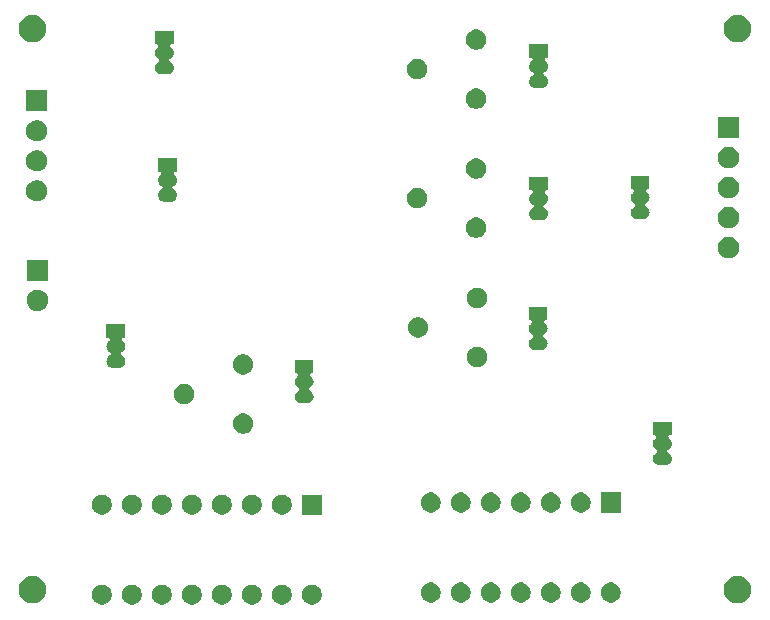
<source format=gbr>
G04 #@! TF.GenerationSoftware,KiCad,Pcbnew,(5.1.5-0-10_14)*
G04 #@! TF.CreationDate,2020-06-04T16:49:04+02:00*
G04 #@! TF.ProjectId,yuv-rgb-converter,7975762d-7267-4622-9d63-6f6e76657274,rev?*
G04 #@! TF.SameCoordinates,Original*
G04 #@! TF.FileFunction,Soldermask,Bot*
G04 #@! TF.FilePolarity,Negative*
%FSLAX46Y46*%
G04 Gerber Fmt 4.6, Leading zero omitted, Abs format (unit mm)*
G04 Created by KiCad (PCBNEW (5.1.5-0-10_14)) date 2020-06-04 16:49:04*
%MOMM*%
%LPD*%
G04 APERTURE LIST*
%ADD10C,0.100000*%
G04 APERTURE END LIST*
D10*
G36*
X114573628Y-110865503D02*
G01*
X114728500Y-110929653D01*
X114867881Y-111022785D01*
X114986415Y-111141319D01*
X115079547Y-111280700D01*
X115143697Y-111435572D01*
X115176400Y-111599984D01*
X115176400Y-111767616D01*
X115143697Y-111932028D01*
X115079547Y-112086900D01*
X114986415Y-112226281D01*
X114867881Y-112344815D01*
X114728500Y-112437947D01*
X114573628Y-112502097D01*
X114409216Y-112534800D01*
X114241584Y-112534800D01*
X114077172Y-112502097D01*
X113922300Y-112437947D01*
X113782919Y-112344815D01*
X113664385Y-112226281D01*
X113571253Y-112086900D01*
X113507103Y-111932028D01*
X113474400Y-111767616D01*
X113474400Y-111599984D01*
X113507103Y-111435572D01*
X113571253Y-111280700D01*
X113664385Y-111141319D01*
X113782919Y-111022785D01*
X113922300Y-110929653D01*
X114077172Y-110865503D01*
X114241584Y-110832800D01*
X114409216Y-110832800D01*
X114573628Y-110865503D01*
G37*
G36*
X112033628Y-110865503D02*
G01*
X112188500Y-110929653D01*
X112327881Y-111022785D01*
X112446415Y-111141319D01*
X112539547Y-111280700D01*
X112603697Y-111435572D01*
X112636400Y-111599984D01*
X112636400Y-111767616D01*
X112603697Y-111932028D01*
X112539547Y-112086900D01*
X112446415Y-112226281D01*
X112327881Y-112344815D01*
X112188500Y-112437947D01*
X112033628Y-112502097D01*
X111869216Y-112534800D01*
X111701584Y-112534800D01*
X111537172Y-112502097D01*
X111382300Y-112437947D01*
X111242919Y-112344815D01*
X111124385Y-112226281D01*
X111031253Y-112086900D01*
X110967103Y-111932028D01*
X110934400Y-111767616D01*
X110934400Y-111599984D01*
X110967103Y-111435572D01*
X111031253Y-111280700D01*
X111124385Y-111141319D01*
X111242919Y-111022785D01*
X111382300Y-110929653D01*
X111537172Y-110865503D01*
X111701584Y-110832800D01*
X111869216Y-110832800D01*
X112033628Y-110865503D01*
G37*
G36*
X109493628Y-110865503D02*
G01*
X109648500Y-110929653D01*
X109787881Y-111022785D01*
X109906415Y-111141319D01*
X109999547Y-111280700D01*
X110063697Y-111435572D01*
X110096400Y-111599984D01*
X110096400Y-111767616D01*
X110063697Y-111932028D01*
X109999547Y-112086900D01*
X109906415Y-112226281D01*
X109787881Y-112344815D01*
X109648500Y-112437947D01*
X109493628Y-112502097D01*
X109329216Y-112534800D01*
X109161584Y-112534800D01*
X108997172Y-112502097D01*
X108842300Y-112437947D01*
X108702919Y-112344815D01*
X108584385Y-112226281D01*
X108491253Y-112086900D01*
X108427103Y-111932028D01*
X108394400Y-111767616D01*
X108394400Y-111599984D01*
X108427103Y-111435572D01*
X108491253Y-111280700D01*
X108584385Y-111141319D01*
X108702919Y-111022785D01*
X108842300Y-110929653D01*
X108997172Y-110865503D01*
X109161584Y-110832800D01*
X109329216Y-110832800D01*
X109493628Y-110865503D01*
G37*
G36*
X106953628Y-110865503D02*
G01*
X107108500Y-110929653D01*
X107247881Y-111022785D01*
X107366415Y-111141319D01*
X107459547Y-111280700D01*
X107523697Y-111435572D01*
X107556400Y-111599984D01*
X107556400Y-111767616D01*
X107523697Y-111932028D01*
X107459547Y-112086900D01*
X107366415Y-112226281D01*
X107247881Y-112344815D01*
X107108500Y-112437947D01*
X106953628Y-112502097D01*
X106789216Y-112534800D01*
X106621584Y-112534800D01*
X106457172Y-112502097D01*
X106302300Y-112437947D01*
X106162919Y-112344815D01*
X106044385Y-112226281D01*
X105951253Y-112086900D01*
X105887103Y-111932028D01*
X105854400Y-111767616D01*
X105854400Y-111599984D01*
X105887103Y-111435572D01*
X105951253Y-111280700D01*
X106044385Y-111141319D01*
X106162919Y-111022785D01*
X106302300Y-110929653D01*
X106457172Y-110865503D01*
X106621584Y-110832800D01*
X106789216Y-110832800D01*
X106953628Y-110865503D01*
G37*
G36*
X104413628Y-110865503D02*
G01*
X104568500Y-110929653D01*
X104707881Y-111022785D01*
X104826415Y-111141319D01*
X104919547Y-111280700D01*
X104983697Y-111435572D01*
X105016400Y-111599984D01*
X105016400Y-111767616D01*
X104983697Y-111932028D01*
X104919547Y-112086900D01*
X104826415Y-112226281D01*
X104707881Y-112344815D01*
X104568500Y-112437947D01*
X104413628Y-112502097D01*
X104249216Y-112534800D01*
X104081584Y-112534800D01*
X103917172Y-112502097D01*
X103762300Y-112437947D01*
X103622919Y-112344815D01*
X103504385Y-112226281D01*
X103411253Y-112086900D01*
X103347103Y-111932028D01*
X103314400Y-111767616D01*
X103314400Y-111599984D01*
X103347103Y-111435572D01*
X103411253Y-111280700D01*
X103504385Y-111141319D01*
X103622919Y-111022785D01*
X103762300Y-110929653D01*
X103917172Y-110865503D01*
X104081584Y-110832800D01*
X104249216Y-110832800D01*
X104413628Y-110865503D01*
G37*
G36*
X101873628Y-110865503D02*
G01*
X102028500Y-110929653D01*
X102167881Y-111022785D01*
X102286415Y-111141319D01*
X102379547Y-111280700D01*
X102443697Y-111435572D01*
X102476400Y-111599984D01*
X102476400Y-111767616D01*
X102443697Y-111932028D01*
X102379547Y-112086900D01*
X102286415Y-112226281D01*
X102167881Y-112344815D01*
X102028500Y-112437947D01*
X101873628Y-112502097D01*
X101709216Y-112534800D01*
X101541584Y-112534800D01*
X101377172Y-112502097D01*
X101222300Y-112437947D01*
X101082919Y-112344815D01*
X100964385Y-112226281D01*
X100871253Y-112086900D01*
X100807103Y-111932028D01*
X100774400Y-111767616D01*
X100774400Y-111599984D01*
X100807103Y-111435572D01*
X100871253Y-111280700D01*
X100964385Y-111141319D01*
X101082919Y-111022785D01*
X101222300Y-110929653D01*
X101377172Y-110865503D01*
X101541584Y-110832800D01*
X101709216Y-110832800D01*
X101873628Y-110865503D01*
G37*
G36*
X99333628Y-110865503D02*
G01*
X99488500Y-110929653D01*
X99627881Y-111022785D01*
X99746415Y-111141319D01*
X99839547Y-111280700D01*
X99903697Y-111435572D01*
X99936400Y-111599984D01*
X99936400Y-111767616D01*
X99903697Y-111932028D01*
X99839547Y-112086900D01*
X99746415Y-112226281D01*
X99627881Y-112344815D01*
X99488500Y-112437947D01*
X99333628Y-112502097D01*
X99169216Y-112534800D01*
X99001584Y-112534800D01*
X98837172Y-112502097D01*
X98682300Y-112437947D01*
X98542919Y-112344815D01*
X98424385Y-112226281D01*
X98331253Y-112086900D01*
X98267103Y-111932028D01*
X98234400Y-111767616D01*
X98234400Y-111599984D01*
X98267103Y-111435572D01*
X98331253Y-111280700D01*
X98424385Y-111141319D01*
X98542919Y-111022785D01*
X98682300Y-110929653D01*
X98837172Y-110865503D01*
X99001584Y-110832800D01*
X99169216Y-110832800D01*
X99333628Y-110865503D01*
G37*
G36*
X96793628Y-110865503D02*
G01*
X96948500Y-110929653D01*
X97087881Y-111022785D01*
X97206415Y-111141319D01*
X97299547Y-111280700D01*
X97363697Y-111435572D01*
X97396400Y-111599984D01*
X97396400Y-111767616D01*
X97363697Y-111932028D01*
X97299547Y-112086900D01*
X97206415Y-112226281D01*
X97087881Y-112344815D01*
X96948500Y-112437947D01*
X96793628Y-112502097D01*
X96629216Y-112534800D01*
X96461584Y-112534800D01*
X96297172Y-112502097D01*
X96142300Y-112437947D01*
X96002919Y-112344815D01*
X95884385Y-112226281D01*
X95791253Y-112086900D01*
X95727103Y-111932028D01*
X95694400Y-111767616D01*
X95694400Y-111599984D01*
X95727103Y-111435572D01*
X95791253Y-111280700D01*
X95884385Y-111141319D01*
X96002919Y-111022785D01*
X96142300Y-110929653D01*
X96297172Y-110865503D01*
X96461584Y-110832800D01*
X96629216Y-110832800D01*
X96793628Y-110865503D01*
G37*
G36*
X150592549Y-110123116D02*
G01*
X150703734Y-110145232D01*
X150913203Y-110231997D01*
X151101720Y-110357960D01*
X151262040Y-110518280D01*
X151388003Y-110706797D01*
X151474768Y-110916266D01*
X151519000Y-111138636D01*
X151519000Y-111365364D01*
X151474768Y-111587734D01*
X151388003Y-111797203D01*
X151262040Y-111985720D01*
X151101720Y-112146040D01*
X150913203Y-112272003D01*
X150703734Y-112358768D01*
X150592549Y-112380884D01*
X150481365Y-112403000D01*
X150254635Y-112403000D01*
X150143451Y-112380884D01*
X150032266Y-112358768D01*
X149822797Y-112272003D01*
X149634280Y-112146040D01*
X149473960Y-111985720D01*
X149347997Y-111797203D01*
X149261232Y-111587734D01*
X149217000Y-111365364D01*
X149217000Y-111138636D01*
X149261232Y-110916266D01*
X149347997Y-110706797D01*
X149473960Y-110518280D01*
X149634280Y-110357960D01*
X149822797Y-110231997D01*
X150032266Y-110145232D01*
X150143451Y-110123116D01*
X150254635Y-110101000D01*
X150481365Y-110101000D01*
X150592549Y-110123116D01*
G37*
G36*
X90902549Y-110123116D02*
G01*
X91013734Y-110145232D01*
X91223203Y-110231997D01*
X91411720Y-110357960D01*
X91572040Y-110518280D01*
X91698003Y-110706797D01*
X91784768Y-110916266D01*
X91829000Y-111138636D01*
X91829000Y-111365364D01*
X91784768Y-111587734D01*
X91698003Y-111797203D01*
X91572040Y-111985720D01*
X91411720Y-112146040D01*
X91223203Y-112272003D01*
X91013734Y-112358768D01*
X90902549Y-112380884D01*
X90791365Y-112403000D01*
X90564635Y-112403000D01*
X90453451Y-112380884D01*
X90342266Y-112358768D01*
X90132797Y-112272003D01*
X89944280Y-112146040D01*
X89783960Y-111985720D01*
X89657997Y-111797203D01*
X89571232Y-111587734D01*
X89527000Y-111365364D01*
X89527000Y-111138636D01*
X89571232Y-110916266D01*
X89657997Y-110706797D01*
X89783960Y-110518280D01*
X89944280Y-110357960D01*
X90132797Y-110231997D01*
X90342266Y-110145232D01*
X90453451Y-110123116D01*
X90564635Y-110101000D01*
X90791365Y-110101000D01*
X90902549Y-110123116D01*
G37*
G36*
X139872028Y-110687703D02*
G01*
X140026900Y-110751853D01*
X140166281Y-110844985D01*
X140284815Y-110963519D01*
X140377947Y-111102900D01*
X140442097Y-111257772D01*
X140474800Y-111422184D01*
X140474800Y-111589816D01*
X140442097Y-111754228D01*
X140377947Y-111909100D01*
X140284815Y-112048481D01*
X140166281Y-112167015D01*
X140026900Y-112260147D01*
X139872028Y-112324297D01*
X139707616Y-112357000D01*
X139539984Y-112357000D01*
X139375572Y-112324297D01*
X139220700Y-112260147D01*
X139081319Y-112167015D01*
X138962785Y-112048481D01*
X138869653Y-111909100D01*
X138805503Y-111754228D01*
X138772800Y-111589816D01*
X138772800Y-111422184D01*
X138805503Y-111257772D01*
X138869653Y-111102900D01*
X138962785Y-110963519D01*
X139081319Y-110844985D01*
X139220700Y-110751853D01*
X139375572Y-110687703D01*
X139539984Y-110655000D01*
X139707616Y-110655000D01*
X139872028Y-110687703D01*
G37*
G36*
X137332028Y-110687703D02*
G01*
X137486900Y-110751853D01*
X137626281Y-110844985D01*
X137744815Y-110963519D01*
X137837947Y-111102900D01*
X137902097Y-111257772D01*
X137934800Y-111422184D01*
X137934800Y-111589816D01*
X137902097Y-111754228D01*
X137837947Y-111909100D01*
X137744815Y-112048481D01*
X137626281Y-112167015D01*
X137486900Y-112260147D01*
X137332028Y-112324297D01*
X137167616Y-112357000D01*
X136999984Y-112357000D01*
X136835572Y-112324297D01*
X136680700Y-112260147D01*
X136541319Y-112167015D01*
X136422785Y-112048481D01*
X136329653Y-111909100D01*
X136265503Y-111754228D01*
X136232800Y-111589816D01*
X136232800Y-111422184D01*
X136265503Y-111257772D01*
X136329653Y-111102900D01*
X136422785Y-110963519D01*
X136541319Y-110844985D01*
X136680700Y-110751853D01*
X136835572Y-110687703D01*
X136999984Y-110655000D01*
X137167616Y-110655000D01*
X137332028Y-110687703D01*
G37*
G36*
X134792028Y-110687703D02*
G01*
X134946900Y-110751853D01*
X135086281Y-110844985D01*
X135204815Y-110963519D01*
X135297947Y-111102900D01*
X135362097Y-111257772D01*
X135394800Y-111422184D01*
X135394800Y-111589816D01*
X135362097Y-111754228D01*
X135297947Y-111909100D01*
X135204815Y-112048481D01*
X135086281Y-112167015D01*
X134946900Y-112260147D01*
X134792028Y-112324297D01*
X134627616Y-112357000D01*
X134459984Y-112357000D01*
X134295572Y-112324297D01*
X134140700Y-112260147D01*
X134001319Y-112167015D01*
X133882785Y-112048481D01*
X133789653Y-111909100D01*
X133725503Y-111754228D01*
X133692800Y-111589816D01*
X133692800Y-111422184D01*
X133725503Y-111257772D01*
X133789653Y-111102900D01*
X133882785Y-110963519D01*
X134001319Y-110844985D01*
X134140700Y-110751853D01*
X134295572Y-110687703D01*
X134459984Y-110655000D01*
X134627616Y-110655000D01*
X134792028Y-110687703D01*
G37*
G36*
X132252028Y-110687703D02*
G01*
X132406900Y-110751853D01*
X132546281Y-110844985D01*
X132664815Y-110963519D01*
X132757947Y-111102900D01*
X132822097Y-111257772D01*
X132854800Y-111422184D01*
X132854800Y-111589816D01*
X132822097Y-111754228D01*
X132757947Y-111909100D01*
X132664815Y-112048481D01*
X132546281Y-112167015D01*
X132406900Y-112260147D01*
X132252028Y-112324297D01*
X132087616Y-112357000D01*
X131919984Y-112357000D01*
X131755572Y-112324297D01*
X131600700Y-112260147D01*
X131461319Y-112167015D01*
X131342785Y-112048481D01*
X131249653Y-111909100D01*
X131185503Y-111754228D01*
X131152800Y-111589816D01*
X131152800Y-111422184D01*
X131185503Y-111257772D01*
X131249653Y-111102900D01*
X131342785Y-110963519D01*
X131461319Y-110844985D01*
X131600700Y-110751853D01*
X131755572Y-110687703D01*
X131919984Y-110655000D01*
X132087616Y-110655000D01*
X132252028Y-110687703D01*
G37*
G36*
X129712028Y-110687703D02*
G01*
X129866900Y-110751853D01*
X130006281Y-110844985D01*
X130124815Y-110963519D01*
X130217947Y-111102900D01*
X130282097Y-111257772D01*
X130314800Y-111422184D01*
X130314800Y-111589816D01*
X130282097Y-111754228D01*
X130217947Y-111909100D01*
X130124815Y-112048481D01*
X130006281Y-112167015D01*
X129866900Y-112260147D01*
X129712028Y-112324297D01*
X129547616Y-112357000D01*
X129379984Y-112357000D01*
X129215572Y-112324297D01*
X129060700Y-112260147D01*
X128921319Y-112167015D01*
X128802785Y-112048481D01*
X128709653Y-111909100D01*
X128645503Y-111754228D01*
X128612800Y-111589816D01*
X128612800Y-111422184D01*
X128645503Y-111257772D01*
X128709653Y-111102900D01*
X128802785Y-110963519D01*
X128921319Y-110844985D01*
X129060700Y-110751853D01*
X129215572Y-110687703D01*
X129379984Y-110655000D01*
X129547616Y-110655000D01*
X129712028Y-110687703D01*
G37*
G36*
X127172028Y-110687703D02*
G01*
X127326900Y-110751853D01*
X127466281Y-110844985D01*
X127584815Y-110963519D01*
X127677947Y-111102900D01*
X127742097Y-111257772D01*
X127774800Y-111422184D01*
X127774800Y-111589816D01*
X127742097Y-111754228D01*
X127677947Y-111909100D01*
X127584815Y-112048481D01*
X127466281Y-112167015D01*
X127326900Y-112260147D01*
X127172028Y-112324297D01*
X127007616Y-112357000D01*
X126839984Y-112357000D01*
X126675572Y-112324297D01*
X126520700Y-112260147D01*
X126381319Y-112167015D01*
X126262785Y-112048481D01*
X126169653Y-111909100D01*
X126105503Y-111754228D01*
X126072800Y-111589816D01*
X126072800Y-111422184D01*
X126105503Y-111257772D01*
X126169653Y-111102900D01*
X126262785Y-110963519D01*
X126381319Y-110844985D01*
X126520700Y-110751853D01*
X126675572Y-110687703D01*
X126839984Y-110655000D01*
X127007616Y-110655000D01*
X127172028Y-110687703D01*
G37*
G36*
X124632028Y-110687703D02*
G01*
X124786900Y-110751853D01*
X124926281Y-110844985D01*
X125044815Y-110963519D01*
X125137947Y-111102900D01*
X125202097Y-111257772D01*
X125234800Y-111422184D01*
X125234800Y-111589816D01*
X125202097Y-111754228D01*
X125137947Y-111909100D01*
X125044815Y-112048481D01*
X124926281Y-112167015D01*
X124786900Y-112260147D01*
X124632028Y-112324297D01*
X124467616Y-112357000D01*
X124299984Y-112357000D01*
X124135572Y-112324297D01*
X123980700Y-112260147D01*
X123841319Y-112167015D01*
X123722785Y-112048481D01*
X123629653Y-111909100D01*
X123565503Y-111754228D01*
X123532800Y-111589816D01*
X123532800Y-111422184D01*
X123565503Y-111257772D01*
X123629653Y-111102900D01*
X123722785Y-110963519D01*
X123841319Y-110844985D01*
X123980700Y-110751853D01*
X124135572Y-110687703D01*
X124299984Y-110655000D01*
X124467616Y-110655000D01*
X124632028Y-110687703D01*
G37*
G36*
X104413628Y-103245503D02*
G01*
X104568500Y-103309653D01*
X104707881Y-103402785D01*
X104826415Y-103521319D01*
X104919547Y-103660700D01*
X104983697Y-103815572D01*
X105016400Y-103979984D01*
X105016400Y-104147616D01*
X104983697Y-104312028D01*
X104919547Y-104466900D01*
X104826415Y-104606281D01*
X104707881Y-104724815D01*
X104568500Y-104817947D01*
X104413628Y-104882097D01*
X104249216Y-104914800D01*
X104081584Y-104914800D01*
X103917172Y-104882097D01*
X103762300Y-104817947D01*
X103622919Y-104724815D01*
X103504385Y-104606281D01*
X103411253Y-104466900D01*
X103347103Y-104312028D01*
X103314400Y-104147616D01*
X103314400Y-103979984D01*
X103347103Y-103815572D01*
X103411253Y-103660700D01*
X103504385Y-103521319D01*
X103622919Y-103402785D01*
X103762300Y-103309653D01*
X103917172Y-103245503D01*
X104081584Y-103212800D01*
X104249216Y-103212800D01*
X104413628Y-103245503D01*
G37*
G36*
X101873628Y-103245503D02*
G01*
X102028500Y-103309653D01*
X102167881Y-103402785D01*
X102286415Y-103521319D01*
X102379547Y-103660700D01*
X102443697Y-103815572D01*
X102476400Y-103979984D01*
X102476400Y-104147616D01*
X102443697Y-104312028D01*
X102379547Y-104466900D01*
X102286415Y-104606281D01*
X102167881Y-104724815D01*
X102028500Y-104817947D01*
X101873628Y-104882097D01*
X101709216Y-104914800D01*
X101541584Y-104914800D01*
X101377172Y-104882097D01*
X101222300Y-104817947D01*
X101082919Y-104724815D01*
X100964385Y-104606281D01*
X100871253Y-104466900D01*
X100807103Y-104312028D01*
X100774400Y-104147616D01*
X100774400Y-103979984D01*
X100807103Y-103815572D01*
X100871253Y-103660700D01*
X100964385Y-103521319D01*
X101082919Y-103402785D01*
X101222300Y-103309653D01*
X101377172Y-103245503D01*
X101541584Y-103212800D01*
X101709216Y-103212800D01*
X101873628Y-103245503D01*
G37*
G36*
X106953628Y-103245503D02*
G01*
X107108500Y-103309653D01*
X107247881Y-103402785D01*
X107366415Y-103521319D01*
X107459547Y-103660700D01*
X107523697Y-103815572D01*
X107556400Y-103979984D01*
X107556400Y-104147616D01*
X107523697Y-104312028D01*
X107459547Y-104466900D01*
X107366415Y-104606281D01*
X107247881Y-104724815D01*
X107108500Y-104817947D01*
X106953628Y-104882097D01*
X106789216Y-104914800D01*
X106621584Y-104914800D01*
X106457172Y-104882097D01*
X106302300Y-104817947D01*
X106162919Y-104724815D01*
X106044385Y-104606281D01*
X105951253Y-104466900D01*
X105887103Y-104312028D01*
X105854400Y-104147616D01*
X105854400Y-103979984D01*
X105887103Y-103815572D01*
X105951253Y-103660700D01*
X106044385Y-103521319D01*
X106162919Y-103402785D01*
X106302300Y-103309653D01*
X106457172Y-103245503D01*
X106621584Y-103212800D01*
X106789216Y-103212800D01*
X106953628Y-103245503D01*
G37*
G36*
X99333628Y-103245503D02*
G01*
X99488500Y-103309653D01*
X99627881Y-103402785D01*
X99746415Y-103521319D01*
X99839547Y-103660700D01*
X99903697Y-103815572D01*
X99936400Y-103979984D01*
X99936400Y-104147616D01*
X99903697Y-104312028D01*
X99839547Y-104466900D01*
X99746415Y-104606281D01*
X99627881Y-104724815D01*
X99488500Y-104817947D01*
X99333628Y-104882097D01*
X99169216Y-104914800D01*
X99001584Y-104914800D01*
X98837172Y-104882097D01*
X98682300Y-104817947D01*
X98542919Y-104724815D01*
X98424385Y-104606281D01*
X98331253Y-104466900D01*
X98267103Y-104312028D01*
X98234400Y-104147616D01*
X98234400Y-103979984D01*
X98267103Y-103815572D01*
X98331253Y-103660700D01*
X98424385Y-103521319D01*
X98542919Y-103402785D01*
X98682300Y-103309653D01*
X98837172Y-103245503D01*
X99001584Y-103212800D01*
X99169216Y-103212800D01*
X99333628Y-103245503D01*
G37*
G36*
X109493628Y-103245503D02*
G01*
X109648500Y-103309653D01*
X109787881Y-103402785D01*
X109906415Y-103521319D01*
X109999547Y-103660700D01*
X110063697Y-103815572D01*
X110096400Y-103979984D01*
X110096400Y-104147616D01*
X110063697Y-104312028D01*
X109999547Y-104466900D01*
X109906415Y-104606281D01*
X109787881Y-104724815D01*
X109648500Y-104817947D01*
X109493628Y-104882097D01*
X109329216Y-104914800D01*
X109161584Y-104914800D01*
X108997172Y-104882097D01*
X108842300Y-104817947D01*
X108702919Y-104724815D01*
X108584385Y-104606281D01*
X108491253Y-104466900D01*
X108427103Y-104312028D01*
X108394400Y-104147616D01*
X108394400Y-103979984D01*
X108427103Y-103815572D01*
X108491253Y-103660700D01*
X108584385Y-103521319D01*
X108702919Y-103402785D01*
X108842300Y-103309653D01*
X108997172Y-103245503D01*
X109161584Y-103212800D01*
X109329216Y-103212800D01*
X109493628Y-103245503D01*
G37*
G36*
X96793628Y-103245503D02*
G01*
X96948500Y-103309653D01*
X97087881Y-103402785D01*
X97206415Y-103521319D01*
X97299547Y-103660700D01*
X97363697Y-103815572D01*
X97396400Y-103979984D01*
X97396400Y-104147616D01*
X97363697Y-104312028D01*
X97299547Y-104466900D01*
X97206415Y-104606281D01*
X97087881Y-104724815D01*
X96948500Y-104817947D01*
X96793628Y-104882097D01*
X96629216Y-104914800D01*
X96461584Y-104914800D01*
X96297172Y-104882097D01*
X96142300Y-104817947D01*
X96002919Y-104724815D01*
X95884385Y-104606281D01*
X95791253Y-104466900D01*
X95727103Y-104312028D01*
X95694400Y-104147616D01*
X95694400Y-103979984D01*
X95727103Y-103815572D01*
X95791253Y-103660700D01*
X95884385Y-103521319D01*
X96002919Y-103402785D01*
X96142300Y-103309653D01*
X96297172Y-103245503D01*
X96461584Y-103212800D01*
X96629216Y-103212800D01*
X96793628Y-103245503D01*
G37*
G36*
X112033628Y-103245503D02*
G01*
X112188500Y-103309653D01*
X112327881Y-103402785D01*
X112446415Y-103521319D01*
X112539547Y-103660700D01*
X112603697Y-103815572D01*
X112636400Y-103979984D01*
X112636400Y-104147616D01*
X112603697Y-104312028D01*
X112539547Y-104466900D01*
X112446415Y-104606281D01*
X112327881Y-104724815D01*
X112188500Y-104817947D01*
X112033628Y-104882097D01*
X111869216Y-104914800D01*
X111701584Y-104914800D01*
X111537172Y-104882097D01*
X111382300Y-104817947D01*
X111242919Y-104724815D01*
X111124385Y-104606281D01*
X111031253Y-104466900D01*
X110967103Y-104312028D01*
X110934400Y-104147616D01*
X110934400Y-103979984D01*
X110967103Y-103815572D01*
X111031253Y-103660700D01*
X111124385Y-103521319D01*
X111242919Y-103402785D01*
X111382300Y-103309653D01*
X111537172Y-103245503D01*
X111701584Y-103212800D01*
X111869216Y-103212800D01*
X112033628Y-103245503D01*
G37*
G36*
X115176400Y-104914800D02*
G01*
X113474400Y-104914800D01*
X113474400Y-103212800D01*
X115176400Y-103212800D01*
X115176400Y-104914800D01*
G37*
G36*
X129712028Y-103067703D02*
G01*
X129866900Y-103131853D01*
X130006281Y-103224985D01*
X130124815Y-103343519D01*
X130217947Y-103482900D01*
X130282097Y-103637772D01*
X130314800Y-103802184D01*
X130314800Y-103969816D01*
X130282097Y-104134228D01*
X130217947Y-104289100D01*
X130124815Y-104428481D01*
X130006281Y-104547015D01*
X129866900Y-104640147D01*
X129712028Y-104704297D01*
X129547616Y-104737000D01*
X129379984Y-104737000D01*
X129215572Y-104704297D01*
X129060700Y-104640147D01*
X128921319Y-104547015D01*
X128802785Y-104428481D01*
X128709653Y-104289100D01*
X128645503Y-104134228D01*
X128612800Y-103969816D01*
X128612800Y-103802184D01*
X128645503Y-103637772D01*
X128709653Y-103482900D01*
X128802785Y-103343519D01*
X128921319Y-103224985D01*
X129060700Y-103131853D01*
X129215572Y-103067703D01*
X129379984Y-103035000D01*
X129547616Y-103035000D01*
X129712028Y-103067703D01*
G37*
G36*
X137332028Y-103067703D02*
G01*
X137486900Y-103131853D01*
X137626281Y-103224985D01*
X137744815Y-103343519D01*
X137837947Y-103482900D01*
X137902097Y-103637772D01*
X137934800Y-103802184D01*
X137934800Y-103969816D01*
X137902097Y-104134228D01*
X137837947Y-104289100D01*
X137744815Y-104428481D01*
X137626281Y-104547015D01*
X137486900Y-104640147D01*
X137332028Y-104704297D01*
X137167616Y-104737000D01*
X136999984Y-104737000D01*
X136835572Y-104704297D01*
X136680700Y-104640147D01*
X136541319Y-104547015D01*
X136422785Y-104428481D01*
X136329653Y-104289100D01*
X136265503Y-104134228D01*
X136232800Y-103969816D01*
X136232800Y-103802184D01*
X136265503Y-103637772D01*
X136329653Y-103482900D01*
X136422785Y-103343519D01*
X136541319Y-103224985D01*
X136680700Y-103131853D01*
X136835572Y-103067703D01*
X136999984Y-103035000D01*
X137167616Y-103035000D01*
X137332028Y-103067703D01*
G37*
G36*
X140474800Y-104737000D02*
G01*
X138772800Y-104737000D01*
X138772800Y-103035000D01*
X140474800Y-103035000D01*
X140474800Y-104737000D01*
G37*
G36*
X134792028Y-103067703D02*
G01*
X134946900Y-103131853D01*
X135086281Y-103224985D01*
X135204815Y-103343519D01*
X135297947Y-103482900D01*
X135362097Y-103637772D01*
X135394800Y-103802184D01*
X135394800Y-103969816D01*
X135362097Y-104134228D01*
X135297947Y-104289100D01*
X135204815Y-104428481D01*
X135086281Y-104547015D01*
X134946900Y-104640147D01*
X134792028Y-104704297D01*
X134627616Y-104737000D01*
X134459984Y-104737000D01*
X134295572Y-104704297D01*
X134140700Y-104640147D01*
X134001319Y-104547015D01*
X133882785Y-104428481D01*
X133789653Y-104289100D01*
X133725503Y-104134228D01*
X133692800Y-103969816D01*
X133692800Y-103802184D01*
X133725503Y-103637772D01*
X133789653Y-103482900D01*
X133882785Y-103343519D01*
X134001319Y-103224985D01*
X134140700Y-103131853D01*
X134295572Y-103067703D01*
X134459984Y-103035000D01*
X134627616Y-103035000D01*
X134792028Y-103067703D01*
G37*
G36*
X132252028Y-103067703D02*
G01*
X132406900Y-103131853D01*
X132546281Y-103224985D01*
X132664815Y-103343519D01*
X132757947Y-103482900D01*
X132822097Y-103637772D01*
X132854800Y-103802184D01*
X132854800Y-103969816D01*
X132822097Y-104134228D01*
X132757947Y-104289100D01*
X132664815Y-104428481D01*
X132546281Y-104547015D01*
X132406900Y-104640147D01*
X132252028Y-104704297D01*
X132087616Y-104737000D01*
X131919984Y-104737000D01*
X131755572Y-104704297D01*
X131600700Y-104640147D01*
X131461319Y-104547015D01*
X131342785Y-104428481D01*
X131249653Y-104289100D01*
X131185503Y-104134228D01*
X131152800Y-103969816D01*
X131152800Y-103802184D01*
X131185503Y-103637772D01*
X131249653Y-103482900D01*
X131342785Y-103343519D01*
X131461319Y-103224985D01*
X131600700Y-103131853D01*
X131755572Y-103067703D01*
X131919984Y-103035000D01*
X132087616Y-103035000D01*
X132252028Y-103067703D01*
G37*
G36*
X127172028Y-103067703D02*
G01*
X127326900Y-103131853D01*
X127466281Y-103224985D01*
X127584815Y-103343519D01*
X127677947Y-103482900D01*
X127742097Y-103637772D01*
X127774800Y-103802184D01*
X127774800Y-103969816D01*
X127742097Y-104134228D01*
X127677947Y-104289100D01*
X127584815Y-104428481D01*
X127466281Y-104547015D01*
X127326900Y-104640147D01*
X127172028Y-104704297D01*
X127007616Y-104737000D01*
X126839984Y-104737000D01*
X126675572Y-104704297D01*
X126520700Y-104640147D01*
X126381319Y-104547015D01*
X126262785Y-104428481D01*
X126169653Y-104289100D01*
X126105503Y-104134228D01*
X126072800Y-103969816D01*
X126072800Y-103802184D01*
X126105503Y-103637772D01*
X126169653Y-103482900D01*
X126262785Y-103343519D01*
X126381319Y-103224985D01*
X126520700Y-103131853D01*
X126675572Y-103067703D01*
X126839984Y-103035000D01*
X127007616Y-103035000D01*
X127172028Y-103067703D01*
G37*
G36*
X124632028Y-103067703D02*
G01*
X124786900Y-103131853D01*
X124926281Y-103224985D01*
X125044815Y-103343519D01*
X125137947Y-103482900D01*
X125202097Y-103637772D01*
X125234800Y-103802184D01*
X125234800Y-103969816D01*
X125202097Y-104134228D01*
X125137947Y-104289100D01*
X125044815Y-104428481D01*
X124926281Y-104547015D01*
X124786900Y-104640147D01*
X124632028Y-104704297D01*
X124467616Y-104737000D01*
X124299984Y-104737000D01*
X124135572Y-104704297D01*
X123980700Y-104640147D01*
X123841319Y-104547015D01*
X123722785Y-104428481D01*
X123629653Y-104289100D01*
X123565503Y-104134228D01*
X123532800Y-103969816D01*
X123532800Y-103802184D01*
X123565503Y-103637772D01*
X123629653Y-103482900D01*
X123722785Y-103343519D01*
X123841319Y-103224985D01*
X123980700Y-103131853D01*
X124135572Y-103067703D01*
X124299984Y-103035000D01*
X124467616Y-103035000D01*
X124632028Y-103067703D01*
G37*
G36*
X144793600Y-98188200D02*
G01*
X144629260Y-98188200D01*
X144604874Y-98190602D01*
X144581425Y-98197715D01*
X144559814Y-98209266D01*
X144540872Y-98224811D01*
X144525327Y-98243753D01*
X144513776Y-98265364D01*
X144506663Y-98288813D01*
X144504261Y-98313199D01*
X144506663Y-98337585D01*
X144513776Y-98361034D01*
X144525327Y-98382645D01*
X144540872Y-98401587D01*
X144549945Y-98409809D01*
X144626864Y-98472936D01*
X144698844Y-98560643D01*
X144733029Y-98624599D01*
X144752328Y-98660705D01*
X144752329Y-98660708D01*
X144785266Y-98769284D01*
X144796387Y-98882200D01*
X144785266Y-98995116D01*
X144752329Y-99103692D01*
X144752328Y-99103695D01*
X144733029Y-99139801D01*
X144698844Y-99203757D01*
X144626864Y-99291464D01*
X144539157Y-99363444D01*
X144457741Y-99406961D01*
X144437366Y-99420575D01*
X144420039Y-99437902D01*
X144406426Y-99458276D01*
X144397048Y-99480915D01*
X144392268Y-99504948D01*
X144392268Y-99529452D01*
X144397048Y-99553485D01*
X144406426Y-99576124D01*
X144420040Y-99596499D01*
X144437367Y-99613826D01*
X144457741Y-99627439D01*
X144539157Y-99670956D01*
X144626864Y-99742936D01*
X144698844Y-99830643D01*
X144733029Y-99894599D01*
X144752328Y-99930705D01*
X144752329Y-99930708D01*
X144785266Y-100039284D01*
X144796387Y-100152200D01*
X144785266Y-100265116D01*
X144752329Y-100373692D01*
X144752328Y-100373695D01*
X144733029Y-100409801D01*
X144698844Y-100473757D01*
X144626864Y-100561464D01*
X144539157Y-100633444D01*
X144475201Y-100667629D01*
X144439095Y-100686928D01*
X144439092Y-100686929D01*
X144330516Y-100719866D01*
X144245898Y-100728200D01*
X143739302Y-100728200D01*
X143654684Y-100719866D01*
X143546108Y-100686929D01*
X143546105Y-100686928D01*
X143509999Y-100667629D01*
X143446043Y-100633444D01*
X143358336Y-100561464D01*
X143286356Y-100473757D01*
X143252171Y-100409801D01*
X143232872Y-100373695D01*
X143232871Y-100373692D01*
X143199934Y-100265116D01*
X143188813Y-100152200D01*
X143199934Y-100039284D01*
X143232871Y-99930708D01*
X143232872Y-99930705D01*
X143252171Y-99894599D01*
X143286356Y-99830643D01*
X143358336Y-99742936D01*
X143446043Y-99670956D01*
X143527459Y-99627439D01*
X143547834Y-99613825D01*
X143565161Y-99596498D01*
X143578774Y-99576124D01*
X143588152Y-99553485D01*
X143592932Y-99529452D01*
X143592932Y-99504948D01*
X143588152Y-99480915D01*
X143578774Y-99458276D01*
X143565160Y-99437901D01*
X143547833Y-99420574D01*
X143527459Y-99406961D01*
X143446043Y-99363444D01*
X143358336Y-99291464D01*
X143286356Y-99203757D01*
X143252171Y-99139801D01*
X143232872Y-99103695D01*
X143232871Y-99103692D01*
X143199934Y-98995116D01*
X143188813Y-98882200D01*
X143199934Y-98769284D01*
X143232871Y-98660708D01*
X143232872Y-98660705D01*
X143252171Y-98624599D01*
X143286356Y-98560643D01*
X143358336Y-98472936D01*
X143435246Y-98409817D01*
X143452565Y-98392498D01*
X143466179Y-98372123D01*
X143475557Y-98349484D01*
X143480337Y-98325451D01*
X143480337Y-98300947D01*
X143475557Y-98276914D01*
X143466179Y-98254275D01*
X143452566Y-98233901D01*
X143435239Y-98216574D01*
X143414864Y-98202960D01*
X143392225Y-98193582D01*
X143368192Y-98188802D01*
X143355940Y-98188200D01*
X143191600Y-98188200D01*
X143191600Y-97036200D01*
X144793600Y-97036200D01*
X144793600Y-98188200D01*
G37*
G36*
X108759943Y-96374087D02*
G01*
X108916638Y-96438992D01*
X109057653Y-96533215D01*
X109177585Y-96653147D01*
X109271808Y-96794162D01*
X109336713Y-96950857D01*
X109369800Y-97117198D01*
X109369800Y-97286802D01*
X109336713Y-97453143D01*
X109271808Y-97609838D01*
X109177585Y-97750853D01*
X109057653Y-97870785D01*
X108916638Y-97965008D01*
X108759943Y-98029913D01*
X108593602Y-98063000D01*
X108423998Y-98063000D01*
X108257657Y-98029913D01*
X108100962Y-97965008D01*
X107959947Y-97870785D01*
X107840015Y-97750853D01*
X107745792Y-97609838D01*
X107680887Y-97453143D01*
X107647800Y-97286802D01*
X107647800Y-97117198D01*
X107680887Y-96950857D01*
X107745792Y-96794162D01*
X107840015Y-96653147D01*
X107959947Y-96533215D01*
X108100962Y-96438992D01*
X108257657Y-96374087D01*
X108423998Y-96341000D01*
X108593602Y-96341000D01*
X108759943Y-96374087D01*
G37*
G36*
X103759943Y-93874087D02*
G01*
X103916638Y-93938992D01*
X104057653Y-94033215D01*
X104177585Y-94153147D01*
X104271808Y-94294162D01*
X104336713Y-94450857D01*
X104369800Y-94617198D01*
X104369800Y-94786802D01*
X104336713Y-94953143D01*
X104271808Y-95109838D01*
X104177585Y-95250853D01*
X104057653Y-95370785D01*
X103916638Y-95465008D01*
X103759943Y-95529913D01*
X103593602Y-95563000D01*
X103423998Y-95563000D01*
X103257657Y-95529913D01*
X103100962Y-95465008D01*
X102959947Y-95370785D01*
X102840015Y-95250853D01*
X102745792Y-95109838D01*
X102680887Y-94953143D01*
X102647800Y-94786802D01*
X102647800Y-94617198D01*
X102680887Y-94450857D01*
X102745792Y-94294162D01*
X102840015Y-94153147D01*
X102959947Y-94033215D01*
X103100962Y-93938992D01*
X103257657Y-93874087D01*
X103423998Y-93841000D01*
X103593602Y-93841000D01*
X103759943Y-93874087D01*
G37*
G36*
X114466000Y-92955800D02*
G01*
X114301660Y-92955800D01*
X114277274Y-92958202D01*
X114253825Y-92965315D01*
X114232214Y-92976866D01*
X114213272Y-92992411D01*
X114197727Y-93011353D01*
X114186176Y-93032964D01*
X114179063Y-93056413D01*
X114176661Y-93080799D01*
X114179063Y-93105185D01*
X114186176Y-93128634D01*
X114197727Y-93150245D01*
X114213272Y-93169187D01*
X114222345Y-93177409D01*
X114299264Y-93240536D01*
X114371244Y-93328243D01*
X114405429Y-93392199D01*
X114424728Y-93428305D01*
X114424729Y-93428308D01*
X114457666Y-93536884D01*
X114468787Y-93649800D01*
X114457666Y-93762716D01*
X114433918Y-93841000D01*
X114424728Y-93871295D01*
X114423235Y-93874088D01*
X114371244Y-93971357D01*
X114299264Y-94059064D01*
X114211557Y-94131044D01*
X114130141Y-94174561D01*
X114109766Y-94188175D01*
X114092439Y-94205502D01*
X114078826Y-94225876D01*
X114069448Y-94248515D01*
X114064668Y-94272548D01*
X114064668Y-94297052D01*
X114069448Y-94321085D01*
X114078826Y-94343724D01*
X114092440Y-94364099D01*
X114109767Y-94381426D01*
X114130141Y-94395039D01*
X114211557Y-94438556D01*
X114299264Y-94510536D01*
X114371244Y-94598243D01*
X114405429Y-94662199D01*
X114424728Y-94698305D01*
X114424729Y-94698308D01*
X114457666Y-94806884D01*
X114468787Y-94919800D01*
X114457666Y-95032716D01*
X114424729Y-95141292D01*
X114424728Y-95141295D01*
X114405429Y-95177401D01*
X114371244Y-95241357D01*
X114299264Y-95329064D01*
X114211557Y-95401044D01*
X114147601Y-95435229D01*
X114111495Y-95454528D01*
X114111492Y-95454529D01*
X114002916Y-95487466D01*
X113918298Y-95495800D01*
X113411702Y-95495800D01*
X113327084Y-95487466D01*
X113218508Y-95454529D01*
X113218505Y-95454528D01*
X113182399Y-95435229D01*
X113118443Y-95401044D01*
X113030736Y-95329064D01*
X112958756Y-95241357D01*
X112924571Y-95177401D01*
X112905272Y-95141295D01*
X112905271Y-95141292D01*
X112872334Y-95032716D01*
X112861213Y-94919800D01*
X112872334Y-94806884D01*
X112905271Y-94698308D01*
X112905272Y-94698305D01*
X112924571Y-94662199D01*
X112958756Y-94598243D01*
X113030736Y-94510536D01*
X113118443Y-94438556D01*
X113199859Y-94395039D01*
X113220234Y-94381425D01*
X113237561Y-94364098D01*
X113251174Y-94343724D01*
X113260552Y-94321085D01*
X113265332Y-94297052D01*
X113265332Y-94272548D01*
X113260552Y-94248515D01*
X113251174Y-94225876D01*
X113237560Y-94205501D01*
X113220233Y-94188174D01*
X113199859Y-94174561D01*
X113118443Y-94131044D01*
X113030736Y-94059064D01*
X112958756Y-93971357D01*
X112906765Y-93874088D01*
X112905272Y-93871295D01*
X112896082Y-93841000D01*
X112872334Y-93762716D01*
X112861213Y-93649800D01*
X112872334Y-93536884D01*
X112905271Y-93428308D01*
X112905272Y-93428305D01*
X112924571Y-93392199D01*
X112958756Y-93328243D01*
X113030736Y-93240536D01*
X113107646Y-93177417D01*
X113124965Y-93160098D01*
X113138579Y-93139723D01*
X113147957Y-93117084D01*
X113152737Y-93093051D01*
X113152737Y-93068547D01*
X113147957Y-93044514D01*
X113138579Y-93021875D01*
X113124966Y-93001501D01*
X113107639Y-92984174D01*
X113087264Y-92970560D01*
X113064625Y-92961182D01*
X113040592Y-92956402D01*
X113028340Y-92955800D01*
X112864000Y-92955800D01*
X112864000Y-91803800D01*
X114466000Y-91803800D01*
X114466000Y-92955800D01*
G37*
G36*
X108759943Y-91374087D02*
G01*
X108916638Y-91438992D01*
X109057653Y-91533215D01*
X109177585Y-91653147D01*
X109271808Y-91794162D01*
X109336713Y-91950857D01*
X109369800Y-92117198D01*
X109369800Y-92286802D01*
X109336713Y-92453143D01*
X109271808Y-92609838D01*
X109177585Y-92750853D01*
X109057653Y-92870785D01*
X108916638Y-92965008D01*
X108759943Y-93029913D01*
X108593602Y-93063000D01*
X108423998Y-93063000D01*
X108257657Y-93029913D01*
X108100962Y-92965008D01*
X107959947Y-92870785D01*
X107840015Y-92750853D01*
X107745792Y-92609838D01*
X107680887Y-92453143D01*
X107647800Y-92286802D01*
X107647800Y-92117198D01*
X107680887Y-91950857D01*
X107745792Y-91794162D01*
X107840015Y-91653147D01*
X107959947Y-91533215D01*
X108100962Y-91438992D01*
X108257657Y-91374087D01*
X108423998Y-91341000D01*
X108593602Y-91341000D01*
X108759943Y-91374087D01*
G37*
G36*
X98540200Y-89958600D02*
G01*
X98375860Y-89958600D01*
X98351474Y-89961002D01*
X98328025Y-89968115D01*
X98306414Y-89979666D01*
X98287472Y-89995211D01*
X98271927Y-90014153D01*
X98260376Y-90035764D01*
X98253263Y-90059213D01*
X98250861Y-90083599D01*
X98253263Y-90107985D01*
X98260376Y-90131434D01*
X98271927Y-90153045D01*
X98287472Y-90171987D01*
X98296545Y-90180209D01*
X98373464Y-90243336D01*
X98445444Y-90331043D01*
X98479629Y-90394999D01*
X98498928Y-90431105D01*
X98498929Y-90431108D01*
X98531866Y-90539684D01*
X98542987Y-90652600D01*
X98531866Y-90765516D01*
X98511314Y-90833264D01*
X98498928Y-90874095D01*
X98488065Y-90894418D01*
X98445444Y-90974157D01*
X98373464Y-91061864D01*
X98285757Y-91133844D01*
X98204341Y-91177361D01*
X98183966Y-91190975D01*
X98166639Y-91208302D01*
X98153026Y-91228676D01*
X98143648Y-91251315D01*
X98138868Y-91275348D01*
X98138868Y-91299852D01*
X98143648Y-91323885D01*
X98153026Y-91346524D01*
X98166640Y-91366899D01*
X98183967Y-91384226D01*
X98204341Y-91397839D01*
X98285757Y-91441356D01*
X98373464Y-91513336D01*
X98445444Y-91601043D01*
X98473292Y-91653144D01*
X98498928Y-91701105D01*
X98498929Y-91701108D01*
X98531866Y-91809684D01*
X98542987Y-91922600D01*
X98531866Y-92035516D01*
X98508648Y-92112053D01*
X98498928Y-92144095D01*
X98479629Y-92180201D01*
X98445444Y-92244157D01*
X98373464Y-92331864D01*
X98285757Y-92403844D01*
X98221801Y-92438029D01*
X98185695Y-92457328D01*
X98185692Y-92457329D01*
X98077116Y-92490266D01*
X97992498Y-92498600D01*
X97485902Y-92498600D01*
X97401284Y-92490266D01*
X97292708Y-92457329D01*
X97292705Y-92457328D01*
X97256599Y-92438029D01*
X97192643Y-92403844D01*
X97104936Y-92331864D01*
X97032956Y-92244157D01*
X96998771Y-92180201D01*
X96979472Y-92144095D01*
X96969752Y-92112053D01*
X96946534Y-92035516D01*
X96935413Y-91922600D01*
X96946534Y-91809684D01*
X96979471Y-91701108D01*
X96979472Y-91701105D01*
X97005108Y-91653144D01*
X97032956Y-91601043D01*
X97104936Y-91513336D01*
X97192643Y-91441356D01*
X97274059Y-91397839D01*
X97294434Y-91384225D01*
X97311761Y-91366898D01*
X97325374Y-91346524D01*
X97334752Y-91323885D01*
X97339532Y-91299852D01*
X97339532Y-91275348D01*
X97334752Y-91251315D01*
X97325374Y-91228676D01*
X97311760Y-91208301D01*
X97294433Y-91190974D01*
X97274059Y-91177361D01*
X97192643Y-91133844D01*
X97104936Y-91061864D01*
X97032956Y-90974157D01*
X96990335Y-90894418D01*
X96979472Y-90874095D01*
X96967086Y-90833264D01*
X96946534Y-90765516D01*
X96935413Y-90652600D01*
X96946534Y-90539684D01*
X96979471Y-90431108D01*
X96979472Y-90431105D01*
X96998771Y-90394999D01*
X97032956Y-90331043D01*
X97104936Y-90243336D01*
X97181846Y-90180217D01*
X97199165Y-90162898D01*
X97212779Y-90142523D01*
X97222157Y-90119884D01*
X97226937Y-90095851D01*
X97226937Y-90071347D01*
X97222157Y-90047314D01*
X97212779Y-90024675D01*
X97199166Y-90004301D01*
X97181839Y-89986974D01*
X97161464Y-89973360D01*
X97138825Y-89963982D01*
X97114792Y-89959202D01*
X97102540Y-89958600D01*
X96938200Y-89958600D01*
X96938200Y-88806600D01*
X98540200Y-88806600D01*
X98540200Y-89958600D01*
G37*
G36*
X128571943Y-90735287D02*
G01*
X128728638Y-90800192D01*
X128869653Y-90894415D01*
X128989585Y-91014347D01*
X129083808Y-91155362D01*
X129148713Y-91312057D01*
X129181800Y-91478398D01*
X129181800Y-91648002D01*
X129148713Y-91814343D01*
X129083808Y-91971038D01*
X128989585Y-92112053D01*
X128869653Y-92231985D01*
X128728638Y-92326208D01*
X128571943Y-92391113D01*
X128405602Y-92424200D01*
X128235998Y-92424200D01*
X128069657Y-92391113D01*
X127912962Y-92326208D01*
X127771947Y-92231985D01*
X127652015Y-92112053D01*
X127557792Y-91971038D01*
X127492887Y-91814343D01*
X127459800Y-91648002D01*
X127459800Y-91478398D01*
X127492887Y-91312057D01*
X127557792Y-91155362D01*
X127652015Y-91014347D01*
X127771947Y-90894415D01*
X127912962Y-90800192D01*
X128069657Y-90735287D01*
X128235998Y-90702200D01*
X128405602Y-90702200D01*
X128571943Y-90735287D01*
G37*
G36*
X134278000Y-88460000D02*
G01*
X134113660Y-88460000D01*
X134089274Y-88462402D01*
X134065825Y-88469515D01*
X134044214Y-88481066D01*
X134025272Y-88496611D01*
X134009727Y-88515553D01*
X133998176Y-88537164D01*
X133991063Y-88560613D01*
X133988661Y-88584999D01*
X133991063Y-88609385D01*
X133998176Y-88632834D01*
X134009727Y-88654445D01*
X134025272Y-88673387D01*
X134034345Y-88681609D01*
X134111264Y-88744736D01*
X134183244Y-88832443D01*
X134217429Y-88896399D01*
X134236728Y-88932505D01*
X134236729Y-88932508D01*
X134269666Y-89041084D01*
X134280787Y-89154000D01*
X134269666Y-89266916D01*
X134236729Y-89375492D01*
X134236728Y-89375495D01*
X134217429Y-89411601D01*
X134183244Y-89475557D01*
X134111264Y-89563264D01*
X134023557Y-89635244D01*
X133942141Y-89678761D01*
X133921766Y-89692375D01*
X133904439Y-89709702D01*
X133890826Y-89730076D01*
X133881448Y-89752715D01*
X133876668Y-89776748D01*
X133876668Y-89801252D01*
X133881448Y-89825285D01*
X133890826Y-89847924D01*
X133904440Y-89868299D01*
X133921767Y-89885626D01*
X133942141Y-89899239D01*
X134023557Y-89942756D01*
X134111264Y-90014736D01*
X134183244Y-90102443D01*
X134210291Y-90153045D01*
X134236728Y-90202505D01*
X134236729Y-90202508D01*
X134269666Y-90311084D01*
X134280787Y-90424000D01*
X134269666Y-90536916D01*
X134236729Y-90645492D01*
X134236728Y-90645495D01*
X134232930Y-90652600D01*
X134183244Y-90745557D01*
X134111264Y-90833264D01*
X134023557Y-90905244D01*
X133959601Y-90939429D01*
X133923495Y-90958728D01*
X133923492Y-90958729D01*
X133814916Y-90991666D01*
X133730298Y-91000000D01*
X133223702Y-91000000D01*
X133139084Y-90991666D01*
X133030508Y-90958729D01*
X133030505Y-90958728D01*
X132994399Y-90939429D01*
X132930443Y-90905244D01*
X132842736Y-90833264D01*
X132770756Y-90745557D01*
X132721070Y-90652600D01*
X132717272Y-90645495D01*
X132717271Y-90645492D01*
X132684334Y-90536916D01*
X132673213Y-90424000D01*
X132684334Y-90311084D01*
X132717271Y-90202508D01*
X132717272Y-90202505D01*
X132743709Y-90153045D01*
X132770756Y-90102443D01*
X132842736Y-90014736D01*
X132930443Y-89942756D01*
X133011859Y-89899239D01*
X133032234Y-89885625D01*
X133049561Y-89868298D01*
X133063174Y-89847924D01*
X133072552Y-89825285D01*
X133077332Y-89801252D01*
X133077332Y-89776748D01*
X133072552Y-89752715D01*
X133063174Y-89730076D01*
X133049560Y-89709701D01*
X133032233Y-89692374D01*
X133011859Y-89678761D01*
X132930443Y-89635244D01*
X132842736Y-89563264D01*
X132770756Y-89475557D01*
X132736571Y-89411601D01*
X132717272Y-89375495D01*
X132717271Y-89375492D01*
X132684334Y-89266916D01*
X132673213Y-89154000D01*
X132684334Y-89041084D01*
X132717271Y-88932508D01*
X132717272Y-88932505D01*
X132736571Y-88896399D01*
X132770756Y-88832443D01*
X132842736Y-88744736D01*
X132919646Y-88681617D01*
X132936965Y-88664298D01*
X132950579Y-88643923D01*
X132959957Y-88621284D01*
X132964737Y-88597251D01*
X132964737Y-88572747D01*
X132959957Y-88548714D01*
X132950579Y-88526075D01*
X132936966Y-88505701D01*
X132919639Y-88488374D01*
X132899264Y-88474760D01*
X132876625Y-88465382D01*
X132852592Y-88460602D01*
X132840340Y-88460000D01*
X132676000Y-88460000D01*
X132676000Y-87308000D01*
X134278000Y-87308000D01*
X134278000Y-88460000D01*
G37*
G36*
X123571943Y-88235287D02*
G01*
X123728638Y-88300192D01*
X123869653Y-88394415D01*
X123989585Y-88514347D01*
X124083808Y-88655362D01*
X124148713Y-88812057D01*
X124181800Y-88978398D01*
X124181800Y-89148002D01*
X124148713Y-89314343D01*
X124083808Y-89471038D01*
X123989585Y-89612053D01*
X123869653Y-89731985D01*
X123728638Y-89826208D01*
X123571943Y-89891113D01*
X123405602Y-89924200D01*
X123235998Y-89924200D01*
X123069657Y-89891113D01*
X122912962Y-89826208D01*
X122771947Y-89731985D01*
X122652015Y-89612053D01*
X122557792Y-89471038D01*
X122492887Y-89314343D01*
X122459800Y-89148002D01*
X122459800Y-88978398D01*
X122492887Y-88812057D01*
X122557792Y-88655362D01*
X122652015Y-88514347D01*
X122771947Y-88394415D01*
X122912962Y-88300192D01*
X123069657Y-88235287D01*
X123235998Y-88202200D01*
X123405602Y-88202200D01*
X123571943Y-88235287D01*
G37*
G36*
X91197912Y-85870327D02*
G01*
X91347212Y-85900024D01*
X91511184Y-85967944D01*
X91658754Y-86066547D01*
X91784253Y-86192046D01*
X91882856Y-86339616D01*
X91950776Y-86503588D01*
X91985400Y-86677659D01*
X91985400Y-86855141D01*
X91950776Y-87029212D01*
X91882856Y-87193184D01*
X91784253Y-87340754D01*
X91658754Y-87466253D01*
X91511184Y-87564856D01*
X91347212Y-87632776D01*
X91197912Y-87662473D01*
X91173142Y-87667400D01*
X90995658Y-87667400D01*
X90970888Y-87662473D01*
X90821588Y-87632776D01*
X90657616Y-87564856D01*
X90510046Y-87466253D01*
X90384547Y-87340754D01*
X90285944Y-87193184D01*
X90218024Y-87029212D01*
X90183400Y-86855141D01*
X90183400Y-86677659D01*
X90218024Y-86503588D01*
X90285944Y-86339616D01*
X90384547Y-86192046D01*
X90510046Y-86066547D01*
X90657616Y-85967944D01*
X90821588Y-85900024D01*
X90970888Y-85870327D01*
X90995658Y-85865400D01*
X91173142Y-85865400D01*
X91197912Y-85870327D01*
G37*
G36*
X128571943Y-85735287D02*
G01*
X128728638Y-85800192D01*
X128869653Y-85894415D01*
X128989585Y-86014347D01*
X129083808Y-86155362D01*
X129148713Y-86312057D01*
X129181800Y-86478398D01*
X129181800Y-86648002D01*
X129148713Y-86814343D01*
X129083808Y-86971038D01*
X128989585Y-87112053D01*
X128869653Y-87231985D01*
X128728638Y-87326208D01*
X128571943Y-87391113D01*
X128405602Y-87424200D01*
X128235998Y-87424200D01*
X128069657Y-87391113D01*
X127912962Y-87326208D01*
X127771947Y-87231985D01*
X127652015Y-87112053D01*
X127557792Y-86971038D01*
X127492887Y-86814343D01*
X127459800Y-86648002D01*
X127459800Y-86478398D01*
X127492887Y-86312057D01*
X127557792Y-86155362D01*
X127652015Y-86014347D01*
X127771947Y-85894415D01*
X127912962Y-85800192D01*
X128069657Y-85735287D01*
X128235998Y-85702200D01*
X128405602Y-85702200D01*
X128571943Y-85735287D01*
G37*
G36*
X91985400Y-85127400D02*
G01*
X90183400Y-85127400D01*
X90183400Y-83325400D01*
X91985400Y-83325400D01*
X91985400Y-85127400D01*
G37*
G36*
X149719512Y-81399927D02*
G01*
X149868812Y-81429624D01*
X150032784Y-81497544D01*
X150180354Y-81596147D01*
X150305853Y-81721646D01*
X150404456Y-81869216D01*
X150472376Y-82033188D01*
X150507000Y-82207259D01*
X150507000Y-82384741D01*
X150472376Y-82558812D01*
X150404456Y-82722784D01*
X150305853Y-82870354D01*
X150180354Y-82995853D01*
X150032784Y-83094456D01*
X149868812Y-83162376D01*
X149719512Y-83192073D01*
X149694742Y-83197000D01*
X149517258Y-83197000D01*
X149492488Y-83192073D01*
X149343188Y-83162376D01*
X149179216Y-83094456D01*
X149031646Y-82995853D01*
X148906147Y-82870354D01*
X148807544Y-82722784D01*
X148739624Y-82558812D01*
X148705000Y-82384741D01*
X148705000Y-82207259D01*
X148739624Y-82033188D01*
X148807544Y-81869216D01*
X148906147Y-81721646D01*
X149031646Y-81596147D01*
X149179216Y-81497544D01*
X149343188Y-81429624D01*
X149492488Y-81399927D01*
X149517258Y-81395000D01*
X149694742Y-81395000D01*
X149719512Y-81399927D01*
G37*
G36*
X128495743Y-79787887D02*
G01*
X128652438Y-79852792D01*
X128793453Y-79947015D01*
X128913385Y-80066947D01*
X129007608Y-80207962D01*
X129072513Y-80364657D01*
X129105600Y-80530998D01*
X129105600Y-80700602D01*
X129072513Y-80866943D01*
X129007608Y-81023638D01*
X128913385Y-81164653D01*
X128793453Y-81284585D01*
X128652438Y-81378808D01*
X128495743Y-81443713D01*
X128329402Y-81476800D01*
X128159798Y-81476800D01*
X127993457Y-81443713D01*
X127836762Y-81378808D01*
X127695747Y-81284585D01*
X127575815Y-81164653D01*
X127481592Y-81023638D01*
X127416687Y-80866943D01*
X127383600Y-80700602D01*
X127383600Y-80530998D01*
X127416687Y-80364657D01*
X127481592Y-80207962D01*
X127575815Y-80066947D01*
X127695747Y-79947015D01*
X127836762Y-79852792D01*
X127993457Y-79787887D01*
X128159798Y-79754800D01*
X128329402Y-79754800D01*
X128495743Y-79787887D01*
G37*
G36*
X149710497Y-78858134D02*
G01*
X149868812Y-78889624D01*
X150032784Y-78957544D01*
X150180354Y-79056147D01*
X150305853Y-79181646D01*
X150404456Y-79329216D01*
X150472376Y-79493188D01*
X150507000Y-79667259D01*
X150507000Y-79844741D01*
X150472376Y-80018812D01*
X150404456Y-80182784D01*
X150305853Y-80330354D01*
X150180354Y-80455853D01*
X150032784Y-80554456D01*
X149868812Y-80622376D01*
X149719512Y-80652073D01*
X149694742Y-80657000D01*
X149517258Y-80657000D01*
X149492488Y-80652073D01*
X149343188Y-80622376D01*
X149179216Y-80554456D01*
X149031646Y-80455853D01*
X148906147Y-80330354D01*
X148807544Y-80182784D01*
X148739624Y-80018812D01*
X148705000Y-79844741D01*
X148705000Y-79667259D01*
X148739624Y-79493188D01*
X148807544Y-79329216D01*
X148906147Y-79181646D01*
X149031646Y-79056147D01*
X149179216Y-78957544D01*
X149343188Y-78889624D01*
X149501503Y-78858134D01*
X149517258Y-78855000D01*
X149694742Y-78855000D01*
X149710497Y-78858134D01*
G37*
G36*
X134328800Y-77461800D02*
G01*
X134164460Y-77461800D01*
X134140074Y-77464202D01*
X134116625Y-77471315D01*
X134095014Y-77482866D01*
X134076072Y-77498411D01*
X134060527Y-77517353D01*
X134048976Y-77538964D01*
X134041863Y-77562413D01*
X134039461Y-77586799D01*
X134041863Y-77611185D01*
X134048976Y-77634634D01*
X134060527Y-77656245D01*
X134076072Y-77675187D01*
X134085145Y-77683409D01*
X134162064Y-77746536D01*
X134234044Y-77834243D01*
X134250300Y-77864657D01*
X134287528Y-77934305D01*
X134287529Y-77934308D01*
X134320466Y-78042884D01*
X134331587Y-78155800D01*
X134320466Y-78268716D01*
X134292236Y-78361775D01*
X134287528Y-78377295D01*
X134277316Y-78396400D01*
X134234044Y-78477357D01*
X134162064Y-78565064D01*
X134074357Y-78637044D01*
X133992941Y-78680561D01*
X133972566Y-78694175D01*
X133955239Y-78711502D01*
X133941626Y-78731876D01*
X133932248Y-78754515D01*
X133927468Y-78778548D01*
X133927468Y-78803052D01*
X133932248Y-78827085D01*
X133941626Y-78849724D01*
X133955240Y-78870099D01*
X133972567Y-78887426D01*
X133992941Y-78901039D01*
X134074357Y-78944556D01*
X134162064Y-79016536D01*
X134234044Y-79104243D01*
X134268229Y-79168199D01*
X134287528Y-79204305D01*
X134287529Y-79204308D01*
X134320466Y-79312884D01*
X134331587Y-79425800D01*
X134320466Y-79538716D01*
X134287995Y-79645755D01*
X134287528Y-79647295D01*
X134276857Y-79667258D01*
X134234044Y-79747357D01*
X134162064Y-79835064D01*
X134074357Y-79907044D01*
X134010401Y-79941229D01*
X133974295Y-79960528D01*
X133974292Y-79960529D01*
X133865716Y-79993466D01*
X133781098Y-80001800D01*
X133274502Y-80001800D01*
X133189884Y-79993466D01*
X133081308Y-79960529D01*
X133081305Y-79960528D01*
X133045199Y-79941229D01*
X132981243Y-79907044D01*
X132893536Y-79835064D01*
X132821556Y-79747357D01*
X132778743Y-79667258D01*
X132768072Y-79647295D01*
X132767605Y-79645755D01*
X132735134Y-79538716D01*
X132724013Y-79425800D01*
X132735134Y-79312884D01*
X132768071Y-79204308D01*
X132768072Y-79204305D01*
X132787371Y-79168199D01*
X132821556Y-79104243D01*
X132893536Y-79016536D01*
X132981243Y-78944556D01*
X133062659Y-78901039D01*
X133083034Y-78887425D01*
X133100361Y-78870098D01*
X133113974Y-78849724D01*
X133123352Y-78827085D01*
X133128132Y-78803052D01*
X133128132Y-78778548D01*
X133123352Y-78754515D01*
X133113974Y-78731876D01*
X133100360Y-78711501D01*
X133083033Y-78694174D01*
X133062659Y-78680561D01*
X132981243Y-78637044D01*
X132893536Y-78565064D01*
X132821556Y-78477357D01*
X132778284Y-78396400D01*
X132768072Y-78377295D01*
X132763364Y-78361775D01*
X132735134Y-78268716D01*
X132724013Y-78155800D01*
X132735134Y-78042884D01*
X132768071Y-77934308D01*
X132768072Y-77934305D01*
X132805300Y-77864657D01*
X132821556Y-77834243D01*
X132893536Y-77746536D01*
X132970446Y-77683417D01*
X132987765Y-77666098D01*
X133001379Y-77645723D01*
X133010757Y-77623084D01*
X133015537Y-77599051D01*
X133015537Y-77574547D01*
X133010757Y-77550514D01*
X133001379Y-77527875D01*
X132987766Y-77507501D01*
X132970439Y-77490174D01*
X132950064Y-77476560D01*
X132927425Y-77467182D01*
X132903392Y-77462402D01*
X132891140Y-77461800D01*
X132726800Y-77461800D01*
X132726800Y-76309800D01*
X134328800Y-76309800D01*
X134328800Y-77461800D01*
G37*
G36*
X142914000Y-77360200D02*
G01*
X142749660Y-77360200D01*
X142725274Y-77362602D01*
X142701825Y-77369715D01*
X142680214Y-77381266D01*
X142661272Y-77396811D01*
X142645727Y-77415753D01*
X142634176Y-77437364D01*
X142627063Y-77460813D01*
X142624661Y-77485199D01*
X142627063Y-77509585D01*
X142634176Y-77533034D01*
X142645727Y-77554645D01*
X142661272Y-77573587D01*
X142670345Y-77581809D01*
X142747264Y-77644936D01*
X142819244Y-77732643D01*
X142850090Y-77790353D01*
X142872728Y-77832705D01*
X142872729Y-77832708D01*
X142905666Y-77941284D01*
X142916787Y-78054200D01*
X142905666Y-78167116D01*
X142877409Y-78260264D01*
X142872728Y-78275695D01*
X142853429Y-78311801D01*
X142819244Y-78375757D01*
X142747264Y-78463464D01*
X142659557Y-78535444D01*
X142578141Y-78578961D01*
X142557766Y-78592575D01*
X142540439Y-78609902D01*
X142526826Y-78630276D01*
X142517448Y-78652915D01*
X142512668Y-78676948D01*
X142512668Y-78701452D01*
X142517448Y-78725485D01*
X142526826Y-78748124D01*
X142540440Y-78768499D01*
X142557767Y-78785826D01*
X142578141Y-78799439D01*
X142659557Y-78842956D01*
X142747264Y-78914936D01*
X142819244Y-79002643D01*
X142853429Y-79066599D01*
X142872728Y-79102705D01*
X142872729Y-79102708D01*
X142905666Y-79211284D01*
X142916787Y-79324200D01*
X142905666Y-79437116D01*
X142874846Y-79538714D01*
X142872728Y-79545695D01*
X142853429Y-79581801D01*
X142819244Y-79645757D01*
X142747264Y-79733464D01*
X142659557Y-79805444D01*
X142604141Y-79835064D01*
X142559495Y-79858928D01*
X142559492Y-79858929D01*
X142450916Y-79891866D01*
X142366298Y-79900200D01*
X141859702Y-79900200D01*
X141775084Y-79891866D01*
X141666508Y-79858929D01*
X141666505Y-79858928D01*
X141621859Y-79835064D01*
X141566443Y-79805444D01*
X141478736Y-79733464D01*
X141406756Y-79645757D01*
X141372571Y-79581801D01*
X141353272Y-79545695D01*
X141351154Y-79538714D01*
X141320334Y-79437116D01*
X141309213Y-79324200D01*
X141320334Y-79211284D01*
X141353271Y-79102708D01*
X141353272Y-79102705D01*
X141372571Y-79066599D01*
X141406756Y-79002643D01*
X141478736Y-78914936D01*
X141566443Y-78842956D01*
X141647859Y-78799439D01*
X141668234Y-78785825D01*
X141685561Y-78768498D01*
X141699174Y-78748124D01*
X141708552Y-78725485D01*
X141713332Y-78701452D01*
X141713332Y-78676948D01*
X141708552Y-78652915D01*
X141699174Y-78630276D01*
X141685560Y-78609901D01*
X141668233Y-78592574D01*
X141647859Y-78578961D01*
X141566443Y-78535444D01*
X141478736Y-78463464D01*
X141406756Y-78375757D01*
X141372571Y-78311801D01*
X141353272Y-78275695D01*
X141348591Y-78260264D01*
X141320334Y-78167116D01*
X141309213Y-78054200D01*
X141320334Y-77941284D01*
X141353271Y-77832708D01*
X141353272Y-77832705D01*
X141375910Y-77790353D01*
X141406756Y-77732643D01*
X141478736Y-77644936D01*
X141555646Y-77581817D01*
X141572965Y-77564498D01*
X141586579Y-77544123D01*
X141595957Y-77521484D01*
X141600737Y-77497451D01*
X141600737Y-77472947D01*
X141595957Y-77448914D01*
X141586579Y-77426275D01*
X141572966Y-77405901D01*
X141555639Y-77388574D01*
X141535264Y-77374960D01*
X141512625Y-77365582D01*
X141488592Y-77360802D01*
X141476340Y-77360200D01*
X141312000Y-77360200D01*
X141312000Y-76208200D01*
X142914000Y-76208200D01*
X142914000Y-77360200D01*
G37*
G36*
X123495743Y-77287887D02*
G01*
X123652438Y-77352792D01*
X123793453Y-77447015D01*
X123913385Y-77566947D01*
X124007608Y-77707962D01*
X124072513Y-77864657D01*
X124105600Y-78030998D01*
X124105600Y-78200602D01*
X124072513Y-78366943D01*
X124007608Y-78523638D01*
X123913385Y-78664653D01*
X123793453Y-78784585D01*
X123652438Y-78878808D01*
X123495743Y-78943713D01*
X123329402Y-78976800D01*
X123159798Y-78976800D01*
X122993457Y-78943713D01*
X122836762Y-78878808D01*
X122695747Y-78784585D01*
X122575815Y-78664653D01*
X122481592Y-78523638D01*
X122416687Y-78366943D01*
X122383600Y-78200602D01*
X122383600Y-78030998D01*
X122416687Y-77864657D01*
X122481592Y-77707962D01*
X122575815Y-77566947D01*
X122695747Y-77447015D01*
X122836762Y-77352792D01*
X122993457Y-77287887D01*
X123159798Y-77254800D01*
X123329402Y-77254800D01*
X123495743Y-77287887D01*
G37*
G36*
X102909000Y-75887000D02*
G01*
X102744660Y-75887000D01*
X102720274Y-75889402D01*
X102696825Y-75896515D01*
X102675214Y-75908066D01*
X102656272Y-75923611D01*
X102640727Y-75942553D01*
X102629176Y-75964164D01*
X102622063Y-75987613D01*
X102619661Y-76011999D01*
X102622063Y-76036385D01*
X102629176Y-76059834D01*
X102640727Y-76081445D01*
X102656272Y-76100387D01*
X102665345Y-76108609D01*
X102742264Y-76171736D01*
X102814244Y-76259443D01*
X102827682Y-76284585D01*
X102867728Y-76359505D01*
X102867729Y-76359508D01*
X102900666Y-76468084D01*
X102911787Y-76581000D01*
X102900666Y-76693916D01*
X102869836Y-76795547D01*
X102867728Y-76802495D01*
X102848429Y-76838601D01*
X102814244Y-76902557D01*
X102742264Y-76990264D01*
X102654557Y-77062244D01*
X102573141Y-77105761D01*
X102552766Y-77119375D01*
X102535439Y-77136702D01*
X102521826Y-77157076D01*
X102512448Y-77179715D01*
X102507668Y-77203748D01*
X102507668Y-77228252D01*
X102512448Y-77252285D01*
X102521826Y-77274924D01*
X102535440Y-77295299D01*
X102552767Y-77312626D01*
X102573141Y-77326239D01*
X102654557Y-77369756D01*
X102742264Y-77441736D01*
X102814244Y-77529443D01*
X102837839Y-77573587D01*
X102867728Y-77629505D01*
X102867729Y-77629508D01*
X102900666Y-77738084D01*
X102911787Y-77851000D01*
X102900666Y-77963916D01*
X102867729Y-78072492D01*
X102867728Y-78072495D01*
X102862447Y-78082375D01*
X102814244Y-78172557D01*
X102742264Y-78260264D01*
X102654557Y-78332244D01*
X102590601Y-78366429D01*
X102554495Y-78385728D01*
X102554492Y-78385729D01*
X102445916Y-78418666D01*
X102361298Y-78427000D01*
X101854702Y-78427000D01*
X101770084Y-78418666D01*
X101661508Y-78385729D01*
X101661505Y-78385728D01*
X101625399Y-78366429D01*
X101561443Y-78332244D01*
X101473736Y-78260264D01*
X101401756Y-78172557D01*
X101353553Y-78082375D01*
X101348272Y-78072495D01*
X101348271Y-78072492D01*
X101315334Y-77963916D01*
X101304213Y-77851000D01*
X101315334Y-77738084D01*
X101348271Y-77629508D01*
X101348272Y-77629505D01*
X101378161Y-77573587D01*
X101401756Y-77529443D01*
X101473736Y-77441736D01*
X101561443Y-77369756D01*
X101642859Y-77326239D01*
X101663234Y-77312625D01*
X101680561Y-77295298D01*
X101694174Y-77274924D01*
X101703552Y-77252285D01*
X101708332Y-77228252D01*
X101708332Y-77203748D01*
X101703552Y-77179715D01*
X101694174Y-77157076D01*
X101680560Y-77136701D01*
X101663233Y-77119374D01*
X101642859Y-77105761D01*
X101561443Y-77062244D01*
X101473736Y-76990264D01*
X101401756Y-76902557D01*
X101367571Y-76838601D01*
X101348272Y-76802495D01*
X101346164Y-76795547D01*
X101315334Y-76693916D01*
X101304213Y-76581000D01*
X101315334Y-76468084D01*
X101348271Y-76359508D01*
X101348272Y-76359505D01*
X101388318Y-76284585D01*
X101401756Y-76259443D01*
X101473736Y-76171736D01*
X101550646Y-76108617D01*
X101567965Y-76091298D01*
X101581579Y-76070923D01*
X101590957Y-76048284D01*
X101595737Y-76024251D01*
X101595737Y-75999747D01*
X101590957Y-75975714D01*
X101581579Y-75953075D01*
X101567966Y-75932701D01*
X101550639Y-75915374D01*
X101530264Y-75901760D01*
X101507625Y-75892382D01*
X101483592Y-75887602D01*
X101471340Y-75887000D01*
X101307000Y-75887000D01*
X101307000Y-74735000D01*
X102909000Y-74735000D01*
X102909000Y-75887000D01*
G37*
G36*
X91147112Y-76599327D02*
G01*
X91296412Y-76629024D01*
X91460384Y-76696944D01*
X91607954Y-76795547D01*
X91733453Y-76921046D01*
X91832056Y-77068616D01*
X91899976Y-77232588D01*
X91934600Y-77406659D01*
X91934600Y-77584141D01*
X91899976Y-77758212D01*
X91832056Y-77922184D01*
X91733453Y-78069754D01*
X91607954Y-78195253D01*
X91460384Y-78293856D01*
X91296412Y-78361776D01*
X91147112Y-78391473D01*
X91122342Y-78396400D01*
X90944858Y-78396400D01*
X90920088Y-78391473D01*
X90770788Y-78361776D01*
X90606816Y-78293856D01*
X90459246Y-78195253D01*
X90333747Y-78069754D01*
X90235144Y-77922184D01*
X90167224Y-77758212D01*
X90132600Y-77584141D01*
X90132600Y-77406659D01*
X90167224Y-77232588D01*
X90235144Y-77068616D01*
X90333747Y-76921046D01*
X90459246Y-76795547D01*
X90606816Y-76696944D01*
X90770788Y-76629024D01*
X90920088Y-76599327D01*
X90944858Y-76594400D01*
X91122342Y-76594400D01*
X91147112Y-76599327D01*
G37*
G36*
X149719512Y-76319927D02*
G01*
X149868812Y-76349624D01*
X150032784Y-76417544D01*
X150180354Y-76516147D01*
X150305853Y-76641646D01*
X150404456Y-76789216D01*
X150472376Y-76953188D01*
X150507000Y-77127259D01*
X150507000Y-77304741D01*
X150472376Y-77478812D01*
X150404456Y-77642784D01*
X150305853Y-77790354D01*
X150180354Y-77915853D01*
X150032784Y-78014456D01*
X149868812Y-78082376D01*
X149719512Y-78112073D01*
X149694742Y-78117000D01*
X149517258Y-78117000D01*
X149492488Y-78112073D01*
X149343188Y-78082376D01*
X149179216Y-78014456D01*
X149031646Y-77915853D01*
X148906147Y-77790354D01*
X148807544Y-77642784D01*
X148739624Y-77478812D01*
X148705000Y-77304741D01*
X148705000Y-77127259D01*
X148739624Y-76953188D01*
X148807544Y-76789216D01*
X148906147Y-76641646D01*
X149031646Y-76516147D01*
X149179216Y-76417544D01*
X149343188Y-76349624D01*
X149492488Y-76319927D01*
X149517258Y-76315000D01*
X149694742Y-76315000D01*
X149719512Y-76319927D01*
G37*
G36*
X128495743Y-74787887D02*
G01*
X128652438Y-74852792D01*
X128793453Y-74947015D01*
X128913385Y-75066947D01*
X129007608Y-75207962D01*
X129072513Y-75364657D01*
X129105600Y-75530998D01*
X129105600Y-75700602D01*
X129072513Y-75866943D01*
X129007608Y-76023638D01*
X128913385Y-76164653D01*
X128793453Y-76284585D01*
X128652438Y-76378808D01*
X128495743Y-76443713D01*
X128329402Y-76476800D01*
X128159798Y-76476800D01*
X127993457Y-76443713D01*
X127836762Y-76378808D01*
X127695747Y-76284585D01*
X127575815Y-76164653D01*
X127481592Y-76023638D01*
X127416687Y-75866943D01*
X127383600Y-75700602D01*
X127383600Y-75530998D01*
X127416687Y-75364657D01*
X127481592Y-75207962D01*
X127575815Y-75066947D01*
X127695747Y-74947015D01*
X127836762Y-74852792D01*
X127993457Y-74787887D01*
X128159798Y-74754800D01*
X128329402Y-74754800D01*
X128495743Y-74787887D01*
G37*
G36*
X91147112Y-74059327D02*
G01*
X91296412Y-74089024D01*
X91460384Y-74156944D01*
X91607954Y-74255547D01*
X91733453Y-74381046D01*
X91832056Y-74528616D01*
X91899976Y-74692588D01*
X91934600Y-74866659D01*
X91934600Y-75044141D01*
X91899976Y-75218212D01*
X91832056Y-75382184D01*
X91733453Y-75529754D01*
X91607954Y-75655253D01*
X91460384Y-75753856D01*
X91296412Y-75821776D01*
X91147112Y-75851473D01*
X91122342Y-75856400D01*
X90944858Y-75856400D01*
X90920088Y-75851473D01*
X90770788Y-75821776D01*
X90606816Y-75753856D01*
X90459246Y-75655253D01*
X90333747Y-75529754D01*
X90235144Y-75382184D01*
X90167224Y-75218212D01*
X90132600Y-75044141D01*
X90132600Y-74866659D01*
X90167224Y-74692588D01*
X90235144Y-74528616D01*
X90333747Y-74381046D01*
X90459246Y-74255547D01*
X90606816Y-74156944D01*
X90770788Y-74089024D01*
X90920088Y-74059327D01*
X90944858Y-74054400D01*
X91122342Y-74054400D01*
X91147112Y-74059327D01*
G37*
G36*
X149719512Y-73779927D02*
G01*
X149868812Y-73809624D01*
X150032784Y-73877544D01*
X150180354Y-73976147D01*
X150305853Y-74101646D01*
X150404456Y-74249216D01*
X150472376Y-74413188D01*
X150507000Y-74587259D01*
X150507000Y-74764741D01*
X150472376Y-74938812D01*
X150404456Y-75102784D01*
X150305853Y-75250354D01*
X150180354Y-75375853D01*
X150032784Y-75474456D01*
X149868812Y-75542376D01*
X149719512Y-75572073D01*
X149694742Y-75577000D01*
X149517258Y-75577000D01*
X149492488Y-75572073D01*
X149343188Y-75542376D01*
X149179216Y-75474456D01*
X149031646Y-75375853D01*
X148906147Y-75250354D01*
X148807544Y-75102784D01*
X148739624Y-74938812D01*
X148705000Y-74764741D01*
X148705000Y-74587259D01*
X148739624Y-74413188D01*
X148807544Y-74249216D01*
X148906147Y-74101646D01*
X149031646Y-73976147D01*
X149179216Y-73877544D01*
X149343188Y-73809624D01*
X149492488Y-73779927D01*
X149517258Y-73775000D01*
X149694742Y-73775000D01*
X149719512Y-73779927D01*
G37*
G36*
X91147112Y-71519327D02*
G01*
X91296412Y-71549024D01*
X91460384Y-71616944D01*
X91607954Y-71715547D01*
X91733453Y-71841046D01*
X91832056Y-71988616D01*
X91899976Y-72152588D01*
X91934600Y-72326659D01*
X91934600Y-72504141D01*
X91899976Y-72678212D01*
X91832056Y-72842184D01*
X91733453Y-72989754D01*
X91607954Y-73115253D01*
X91460384Y-73213856D01*
X91296412Y-73281776D01*
X91147112Y-73311473D01*
X91122342Y-73316400D01*
X90944858Y-73316400D01*
X90920088Y-73311473D01*
X90770788Y-73281776D01*
X90606816Y-73213856D01*
X90459246Y-73115253D01*
X90333747Y-72989754D01*
X90235144Y-72842184D01*
X90167224Y-72678212D01*
X90132600Y-72504141D01*
X90132600Y-72326659D01*
X90167224Y-72152588D01*
X90235144Y-71988616D01*
X90333747Y-71841046D01*
X90459246Y-71715547D01*
X90606816Y-71616944D01*
X90770788Y-71549024D01*
X90920088Y-71519327D01*
X90944858Y-71514400D01*
X91122342Y-71514400D01*
X91147112Y-71519327D01*
G37*
G36*
X150507000Y-73037000D02*
G01*
X148705000Y-73037000D01*
X148705000Y-71235000D01*
X150507000Y-71235000D01*
X150507000Y-73037000D01*
G37*
G36*
X91934600Y-70776400D02*
G01*
X90132600Y-70776400D01*
X90132600Y-68974400D01*
X91934600Y-68974400D01*
X91934600Y-70776400D01*
G37*
G36*
X128495743Y-68865887D02*
G01*
X128652438Y-68930792D01*
X128793453Y-69025015D01*
X128913385Y-69144947D01*
X129007608Y-69285962D01*
X129072513Y-69442657D01*
X129105600Y-69608998D01*
X129105600Y-69778602D01*
X129072513Y-69944943D01*
X129007608Y-70101638D01*
X128913385Y-70242653D01*
X128793453Y-70362585D01*
X128652438Y-70456808D01*
X128495743Y-70521713D01*
X128329402Y-70554800D01*
X128159798Y-70554800D01*
X127993457Y-70521713D01*
X127836762Y-70456808D01*
X127695747Y-70362585D01*
X127575815Y-70242653D01*
X127481592Y-70101638D01*
X127416687Y-69944943D01*
X127383600Y-69778602D01*
X127383600Y-69608998D01*
X127416687Y-69442657D01*
X127481592Y-69285962D01*
X127575815Y-69144947D01*
X127695747Y-69025015D01*
X127836762Y-68930792D01*
X127993457Y-68865887D01*
X128159798Y-68832800D01*
X128329402Y-68832800D01*
X128495743Y-68865887D01*
G37*
G36*
X134328800Y-66260400D02*
G01*
X134164460Y-66260400D01*
X134140074Y-66262802D01*
X134116625Y-66269915D01*
X134095014Y-66281466D01*
X134076072Y-66297011D01*
X134060527Y-66315953D01*
X134048976Y-66337564D01*
X134041863Y-66361013D01*
X134039461Y-66385399D01*
X134041863Y-66409785D01*
X134048976Y-66433234D01*
X134060527Y-66454845D01*
X134076072Y-66473787D01*
X134085145Y-66482009D01*
X134162064Y-66545136D01*
X134234044Y-66632843D01*
X134268229Y-66696799D01*
X134287528Y-66732905D01*
X134287529Y-66732908D01*
X134320466Y-66841484D01*
X134331587Y-66954400D01*
X134320466Y-67067316D01*
X134289646Y-67168914D01*
X134287528Y-67175895D01*
X134268229Y-67212001D01*
X134234044Y-67275957D01*
X134162064Y-67363664D01*
X134074357Y-67435644D01*
X133992941Y-67479161D01*
X133972566Y-67492775D01*
X133955239Y-67510102D01*
X133941626Y-67530476D01*
X133932248Y-67553115D01*
X133927468Y-67577148D01*
X133927468Y-67601652D01*
X133932248Y-67625685D01*
X133941626Y-67648324D01*
X133955240Y-67668699D01*
X133972567Y-67686026D01*
X133992941Y-67699639D01*
X134074357Y-67743156D01*
X134162064Y-67815136D01*
X134234044Y-67902843D01*
X134262888Y-67956808D01*
X134287528Y-68002905D01*
X134287529Y-68002908D01*
X134320466Y-68111484D01*
X134331587Y-68224400D01*
X134320466Y-68337316D01*
X134287529Y-68445892D01*
X134287528Y-68445895D01*
X134268229Y-68482001D01*
X134234044Y-68545957D01*
X134162064Y-68633664D01*
X134074357Y-68705644D01*
X134010401Y-68739829D01*
X133974295Y-68759128D01*
X133974292Y-68759129D01*
X133865716Y-68792066D01*
X133781098Y-68800400D01*
X133274502Y-68800400D01*
X133189884Y-68792066D01*
X133081308Y-68759129D01*
X133081305Y-68759128D01*
X133045199Y-68739829D01*
X132981243Y-68705644D01*
X132893536Y-68633664D01*
X132821556Y-68545957D01*
X132787371Y-68482001D01*
X132768072Y-68445895D01*
X132768071Y-68445892D01*
X132735134Y-68337316D01*
X132724013Y-68224400D01*
X132735134Y-68111484D01*
X132768071Y-68002908D01*
X132768072Y-68002905D01*
X132792712Y-67956808D01*
X132821556Y-67902843D01*
X132893536Y-67815136D01*
X132981243Y-67743156D01*
X133062659Y-67699639D01*
X133083034Y-67686025D01*
X133100361Y-67668698D01*
X133113974Y-67648324D01*
X133123352Y-67625685D01*
X133128132Y-67601652D01*
X133128132Y-67577148D01*
X133123352Y-67553115D01*
X133113974Y-67530476D01*
X133100360Y-67510101D01*
X133083033Y-67492774D01*
X133062659Y-67479161D01*
X132981243Y-67435644D01*
X132893536Y-67363664D01*
X132821556Y-67275957D01*
X132787371Y-67212001D01*
X132768072Y-67175895D01*
X132765954Y-67168914D01*
X132735134Y-67067316D01*
X132724013Y-66954400D01*
X132735134Y-66841484D01*
X132768071Y-66732908D01*
X132768072Y-66732905D01*
X132787371Y-66696799D01*
X132821556Y-66632843D01*
X132893536Y-66545136D01*
X132970446Y-66482017D01*
X132987765Y-66464698D01*
X133001379Y-66444323D01*
X133010757Y-66421684D01*
X133015537Y-66397651D01*
X133015537Y-66373147D01*
X133010757Y-66349114D01*
X133001379Y-66326475D01*
X132987766Y-66306101D01*
X132970439Y-66288774D01*
X132950064Y-66275160D01*
X132927425Y-66265782D01*
X132903392Y-66261002D01*
X132891140Y-66260400D01*
X132726800Y-66260400D01*
X132726800Y-65108400D01*
X134328800Y-65108400D01*
X134328800Y-66260400D01*
G37*
G36*
X123495743Y-66365887D02*
G01*
X123652438Y-66430792D01*
X123793453Y-66525015D01*
X123913385Y-66644947D01*
X124007608Y-66785962D01*
X124072513Y-66942657D01*
X124105600Y-67108998D01*
X124105600Y-67278602D01*
X124072513Y-67444943D01*
X124007608Y-67601638D01*
X123913385Y-67742653D01*
X123793453Y-67862585D01*
X123652438Y-67956808D01*
X123495743Y-68021713D01*
X123329402Y-68054800D01*
X123159798Y-68054800D01*
X122993457Y-68021713D01*
X122836762Y-67956808D01*
X122695747Y-67862585D01*
X122575815Y-67742653D01*
X122481592Y-67601638D01*
X122416687Y-67444943D01*
X122383600Y-67278602D01*
X122383600Y-67108998D01*
X122416687Y-66942657D01*
X122481592Y-66785962D01*
X122575815Y-66644947D01*
X122695747Y-66525015D01*
X122836762Y-66430792D01*
X122993457Y-66365887D01*
X123159798Y-66332800D01*
X123329402Y-66332800D01*
X123495743Y-66365887D01*
G37*
G36*
X102629600Y-65092000D02*
G01*
X102465260Y-65092000D01*
X102440874Y-65094402D01*
X102417425Y-65101515D01*
X102395814Y-65113066D01*
X102376872Y-65128611D01*
X102361327Y-65147553D01*
X102349776Y-65169164D01*
X102342663Y-65192613D01*
X102340261Y-65216999D01*
X102342663Y-65241385D01*
X102349776Y-65264834D01*
X102361327Y-65286445D01*
X102376872Y-65305387D01*
X102385945Y-65313609D01*
X102462864Y-65376736D01*
X102534844Y-65464443D01*
X102565454Y-65521712D01*
X102588328Y-65564505D01*
X102588329Y-65564508D01*
X102621266Y-65673084D01*
X102632387Y-65786000D01*
X102621266Y-65898916D01*
X102588329Y-66007492D01*
X102588328Y-66007495D01*
X102569029Y-66043601D01*
X102534844Y-66107557D01*
X102462864Y-66195264D01*
X102375157Y-66267244D01*
X102293741Y-66310761D01*
X102273366Y-66324375D01*
X102256039Y-66341702D01*
X102242426Y-66362076D01*
X102233048Y-66384715D01*
X102228268Y-66408748D01*
X102228268Y-66433252D01*
X102233048Y-66457285D01*
X102242426Y-66479924D01*
X102256040Y-66500299D01*
X102273367Y-66517626D01*
X102293741Y-66531239D01*
X102375157Y-66574756D01*
X102462864Y-66646736D01*
X102534844Y-66734443D01*
X102562381Y-66785962D01*
X102588328Y-66834505D01*
X102588329Y-66834508D01*
X102621266Y-66943084D01*
X102632387Y-67056000D01*
X102621266Y-67168916D01*
X102588795Y-67275955D01*
X102588328Y-67277495D01*
X102587736Y-67278602D01*
X102534844Y-67377557D01*
X102462864Y-67465264D01*
X102375157Y-67537244D01*
X102311201Y-67571429D01*
X102275095Y-67590728D01*
X102275092Y-67590729D01*
X102166516Y-67623666D01*
X102081898Y-67632000D01*
X101575302Y-67632000D01*
X101490684Y-67623666D01*
X101382108Y-67590729D01*
X101382105Y-67590728D01*
X101345999Y-67571429D01*
X101282043Y-67537244D01*
X101194336Y-67465264D01*
X101122356Y-67377557D01*
X101069464Y-67278602D01*
X101068872Y-67277495D01*
X101068405Y-67275955D01*
X101035934Y-67168916D01*
X101024813Y-67056000D01*
X101035934Y-66943084D01*
X101068871Y-66834508D01*
X101068872Y-66834505D01*
X101094819Y-66785962D01*
X101122356Y-66734443D01*
X101194336Y-66646736D01*
X101282043Y-66574756D01*
X101363459Y-66531239D01*
X101383834Y-66517625D01*
X101401161Y-66500298D01*
X101414774Y-66479924D01*
X101424152Y-66457285D01*
X101428932Y-66433252D01*
X101428932Y-66408748D01*
X101424152Y-66384715D01*
X101414774Y-66362076D01*
X101401160Y-66341701D01*
X101383833Y-66324374D01*
X101363459Y-66310761D01*
X101282043Y-66267244D01*
X101194336Y-66195264D01*
X101122356Y-66107557D01*
X101088171Y-66043601D01*
X101068872Y-66007495D01*
X101068871Y-66007492D01*
X101035934Y-65898916D01*
X101024813Y-65786000D01*
X101035934Y-65673084D01*
X101068871Y-65564508D01*
X101068872Y-65564505D01*
X101091746Y-65521712D01*
X101122356Y-65464443D01*
X101194336Y-65376736D01*
X101271246Y-65313617D01*
X101288565Y-65296298D01*
X101302179Y-65275923D01*
X101311557Y-65253284D01*
X101316337Y-65229251D01*
X101316337Y-65204747D01*
X101311557Y-65180714D01*
X101302179Y-65158075D01*
X101288566Y-65137701D01*
X101271239Y-65120374D01*
X101250864Y-65106760D01*
X101228225Y-65097382D01*
X101204192Y-65092602D01*
X101191940Y-65092000D01*
X101027600Y-65092000D01*
X101027600Y-63940000D01*
X102629600Y-63940000D01*
X102629600Y-65092000D01*
G37*
G36*
X128495743Y-63865887D02*
G01*
X128652438Y-63930792D01*
X128793453Y-64025015D01*
X128913385Y-64144947D01*
X129007608Y-64285962D01*
X129072513Y-64442657D01*
X129105600Y-64608998D01*
X129105600Y-64778602D01*
X129072513Y-64944943D01*
X129007608Y-65101638D01*
X128913385Y-65242653D01*
X128793453Y-65362585D01*
X128652438Y-65456808D01*
X128495743Y-65521713D01*
X128329402Y-65554800D01*
X128159798Y-65554800D01*
X127993457Y-65521713D01*
X127836762Y-65456808D01*
X127695747Y-65362585D01*
X127575815Y-65242653D01*
X127481592Y-65101638D01*
X127416687Y-64944943D01*
X127383600Y-64778602D01*
X127383600Y-64608998D01*
X127416687Y-64442657D01*
X127481592Y-64285962D01*
X127575815Y-64144947D01*
X127695747Y-64025015D01*
X127836762Y-63930792D01*
X127993457Y-63865887D01*
X128159798Y-63832800D01*
X128329402Y-63832800D01*
X128495743Y-63865887D01*
G37*
G36*
X150592549Y-62625116D02*
G01*
X150703734Y-62647232D01*
X150913203Y-62733997D01*
X151101720Y-62859960D01*
X151262040Y-63020280D01*
X151388003Y-63208797D01*
X151388004Y-63208799D01*
X151474768Y-63418267D01*
X151519000Y-63640635D01*
X151519000Y-63867365D01*
X151504552Y-63940000D01*
X151474768Y-64089734D01*
X151388003Y-64299203D01*
X151262040Y-64487720D01*
X151101720Y-64648040D01*
X150913203Y-64774003D01*
X150913202Y-64774004D01*
X150913201Y-64774004D01*
X150902100Y-64778602D01*
X150703734Y-64860768D01*
X150592549Y-64882884D01*
X150481365Y-64905000D01*
X150254635Y-64905000D01*
X150143451Y-64882884D01*
X150032266Y-64860768D01*
X149833900Y-64778602D01*
X149822799Y-64774004D01*
X149822798Y-64774004D01*
X149822797Y-64774003D01*
X149634280Y-64648040D01*
X149473960Y-64487720D01*
X149347997Y-64299203D01*
X149261232Y-64089734D01*
X149231448Y-63940000D01*
X149217000Y-63867365D01*
X149217000Y-63640635D01*
X149261232Y-63418267D01*
X149347996Y-63208799D01*
X149347997Y-63208797D01*
X149473960Y-63020280D01*
X149634280Y-62859960D01*
X149822797Y-62733997D01*
X150032266Y-62647232D01*
X150143451Y-62625116D01*
X150254635Y-62603000D01*
X150481365Y-62603000D01*
X150592549Y-62625116D01*
G37*
G36*
X90902549Y-62625116D02*
G01*
X91013734Y-62647232D01*
X91223203Y-62733997D01*
X91411720Y-62859960D01*
X91572040Y-63020280D01*
X91698003Y-63208797D01*
X91698004Y-63208799D01*
X91784768Y-63418267D01*
X91829000Y-63640635D01*
X91829000Y-63867365D01*
X91814552Y-63940000D01*
X91784768Y-64089734D01*
X91698003Y-64299203D01*
X91572040Y-64487720D01*
X91411720Y-64648040D01*
X91223203Y-64774003D01*
X91223202Y-64774004D01*
X91223201Y-64774004D01*
X91212100Y-64778602D01*
X91013734Y-64860768D01*
X90902549Y-64882884D01*
X90791365Y-64905000D01*
X90564635Y-64905000D01*
X90453451Y-64882884D01*
X90342266Y-64860768D01*
X90143900Y-64778602D01*
X90132799Y-64774004D01*
X90132798Y-64774004D01*
X90132797Y-64774003D01*
X89944280Y-64648040D01*
X89783960Y-64487720D01*
X89657997Y-64299203D01*
X89571232Y-64089734D01*
X89541448Y-63940000D01*
X89527000Y-63867365D01*
X89527000Y-63640635D01*
X89571232Y-63418267D01*
X89657996Y-63208799D01*
X89657997Y-63208797D01*
X89783960Y-63020280D01*
X89944280Y-62859960D01*
X90132797Y-62733997D01*
X90342266Y-62647232D01*
X90453451Y-62625116D01*
X90564635Y-62603000D01*
X90791365Y-62603000D01*
X90902549Y-62625116D01*
G37*
M02*

</source>
